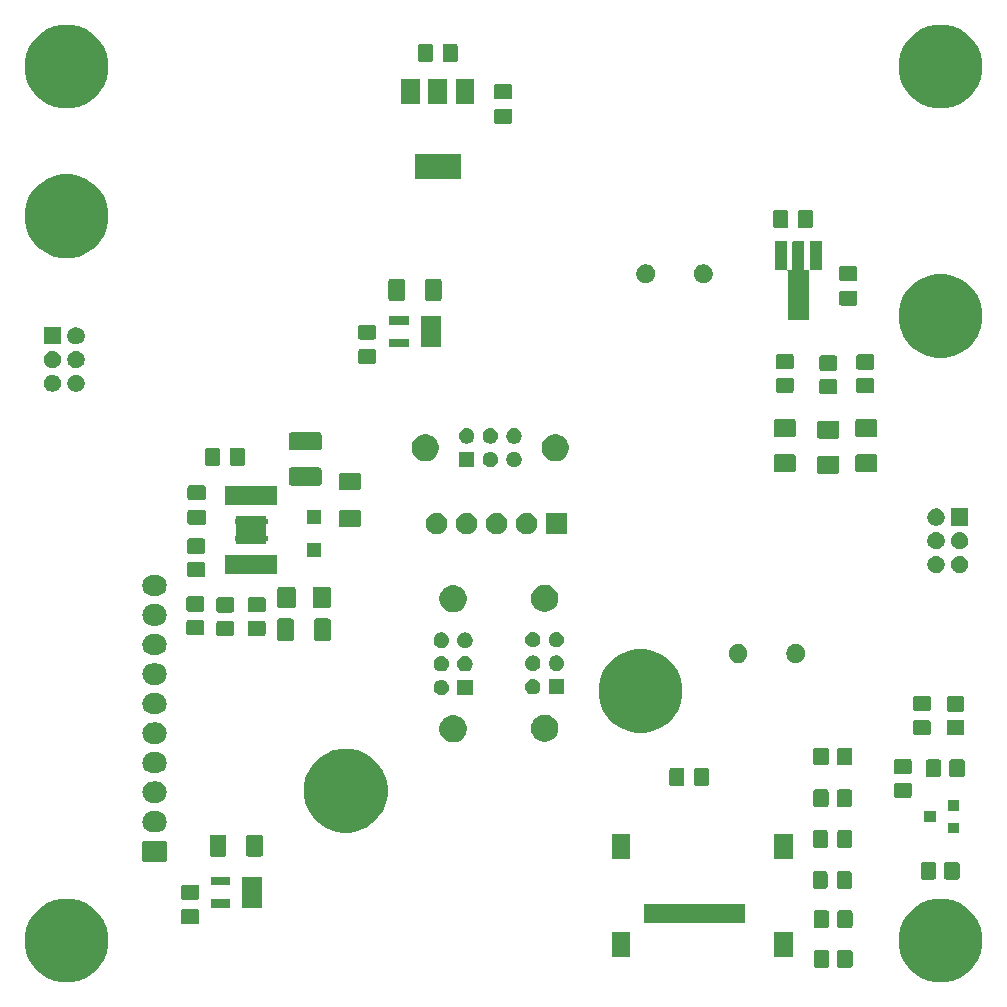
<source format=gbr>
G04 #@! TF.GenerationSoftware,KiCad,Pcbnew,(5.1.6)-1*
G04 #@! TF.CreationDate,2021-11-24T18:58:49-05:00*
G04 #@! TF.ProjectId,payload2020_papa_board,7061796c-6f61-4643-9230-32305f706170,rev?*
G04 #@! TF.SameCoordinates,Original*
G04 #@! TF.FileFunction,Soldermask,Top*
G04 #@! TF.FilePolarity,Negative*
%FSLAX46Y46*%
G04 Gerber Fmt 4.6, Leading zero omitted, Abs format (unit mm)*
G04 Created by KiCad (PCBNEW (5.1.6)-1) date 2021-11-24 18:58:49*
%MOMM*%
%LPD*%
G01*
G04 APERTURE LIST*
%ADD10C,0.100000*%
G04 APERTURE END LIST*
D10*
G36*
X120240420Y-111598800D02*
G01*
X120140420Y-111598800D01*
X120140420Y-111948800D01*
X120240420Y-111948800D01*
X120240420Y-111598800D01*
G37*
X120240420Y-111598800D02*
X120140420Y-111598800D01*
X120140420Y-111948800D01*
X120240420Y-111948800D01*
X120240420Y-111598800D01*
G36*
X120240420Y-110498800D02*
G01*
X120140420Y-110498800D01*
X120140420Y-110148800D01*
X120240420Y-110148800D01*
X120240420Y-110498800D01*
G37*
X120240420Y-110498800D02*
X120140420Y-110498800D01*
X120140420Y-110148800D01*
X120240420Y-110148800D01*
X120240420Y-110498800D01*
G36*
X122700420Y-110498800D02*
G01*
X122800420Y-110498800D01*
X122800420Y-110148800D01*
X122700420Y-110148800D01*
X122700420Y-110498800D01*
G37*
X122700420Y-110498800D02*
X122800420Y-110498800D01*
X122800420Y-110148800D01*
X122700420Y-110148800D01*
X122700420Y-110498800D01*
G36*
X122700420Y-111598800D02*
G01*
X122800420Y-111598800D01*
X122800420Y-111948800D01*
X122700420Y-111948800D01*
X122700420Y-111598800D01*
G37*
X122700420Y-111598800D02*
X122800420Y-111598800D01*
X122800420Y-111948800D01*
X122700420Y-111948800D01*
X122700420Y-111598800D01*
G36*
X180889787Y-142403462D02*
G01*
X180889790Y-142403463D01*
X180889789Y-142403463D01*
X181536029Y-142671144D01*
X182117631Y-143059758D01*
X182612242Y-143554369D01*
X183000856Y-144135971D01*
X183132223Y-144453120D01*
X183268538Y-144782213D01*
X183405000Y-145468256D01*
X183405000Y-146167744D01*
X183268538Y-146853787D01*
X183268537Y-146853789D01*
X183000856Y-147500029D01*
X182612242Y-148081631D01*
X182117631Y-148576242D01*
X181536029Y-148964856D01*
X181079068Y-149154135D01*
X180889787Y-149232538D01*
X180203744Y-149369000D01*
X179504256Y-149369000D01*
X178818213Y-149232538D01*
X178628932Y-149154135D01*
X178171971Y-148964856D01*
X177590369Y-148576242D01*
X177095758Y-148081631D01*
X176707144Y-147500029D01*
X176439463Y-146853789D01*
X176439462Y-146853787D01*
X176303000Y-146167744D01*
X176303000Y-145468256D01*
X176439462Y-144782213D01*
X176575777Y-144453120D01*
X176707144Y-144135971D01*
X177095758Y-143554369D01*
X177590369Y-143059758D01*
X178171971Y-142671144D01*
X178818211Y-142403463D01*
X178818210Y-142403463D01*
X178818213Y-142403462D01*
X179504256Y-142267000D01*
X180203744Y-142267000D01*
X180889787Y-142403462D01*
G37*
G36*
X106889787Y-142403462D02*
G01*
X106889790Y-142403463D01*
X106889789Y-142403463D01*
X107536029Y-142671144D01*
X108117631Y-143059758D01*
X108612242Y-143554369D01*
X109000856Y-144135971D01*
X109132223Y-144453120D01*
X109268538Y-144782213D01*
X109405000Y-145468256D01*
X109405000Y-146167744D01*
X109268538Y-146853787D01*
X109268537Y-146853789D01*
X109000856Y-147500029D01*
X108612242Y-148081631D01*
X108117631Y-148576242D01*
X107536029Y-148964856D01*
X107079068Y-149154135D01*
X106889787Y-149232538D01*
X106203744Y-149369000D01*
X105504256Y-149369000D01*
X104818213Y-149232538D01*
X104628932Y-149154135D01*
X104171971Y-148964856D01*
X103590369Y-148576242D01*
X103095758Y-148081631D01*
X102707144Y-147500029D01*
X102439463Y-146853789D01*
X102439462Y-146853787D01*
X102303000Y-146167744D01*
X102303000Y-145468256D01*
X102439462Y-144782213D01*
X102575777Y-144453120D01*
X102707144Y-144135971D01*
X103095758Y-143554369D01*
X103590369Y-143059758D01*
X104171971Y-142671144D01*
X104818211Y-142403463D01*
X104818210Y-142403463D01*
X104818213Y-142403462D01*
X105504256Y-142267000D01*
X106203744Y-142267000D01*
X106889787Y-142403462D01*
G37*
G36*
X172244521Y-146624204D02*
G01*
X172281618Y-146635457D01*
X172315799Y-146653727D01*
X172345763Y-146678317D01*
X172370353Y-146708281D01*
X172388623Y-146742462D01*
X172399876Y-146779559D01*
X172404280Y-146824273D01*
X172404280Y-147917327D01*
X172399876Y-147962041D01*
X172388623Y-147999138D01*
X172370353Y-148033319D01*
X172345763Y-148063283D01*
X172315799Y-148087873D01*
X172281618Y-148106143D01*
X172244521Y-148117396D01*
X172199807Y-148121800D01*
X171306753Y-148121800D01*
X171262039Y-148117396D01*
X171224942Y-148106143D01*
X171190761Y-148087873D01*
X171160797Y-148063283D01*
X171136207Y-148033319D01*
X171117937Y-147999138D01*
X171106684Y-147962041D01*
X171102280Y-147917327D01*
X171102280Y-146824273D01*
X171106684Y-146779559D01*
X171117937Y-146742462D01*
X171136207Y-146708281D01*
X171160797Y-146678317D01*
X171190761Y-146653727D01*
X171224942Y-146635457D01*
X171262039Y-146624204D01*
X171306753Y-146619800D01*
X172199807Y-146619800D01*
X172244521Y-146624204D01*
G37*
G36*
X170244521Y-146624204D02*
G01*
X170281618Y-146635457D01*
X170315799Y-146653727D01*
X170345763Y-146678317D01*
X170370353Y-146708281D01*
X170388623Y-146742462D01*
X170399876Y-146779559D01*
X170404280Y-146824273D01*
X170404280Y-147917327D01*
X170399876Y-147962041D01*
X170388623Y-147999138D01*
X170370353Y-148033319D01*
X170345763Y-148063283D01*
X170315799Y-148087873D01*
X170281618Y-148106143D01*
X170244521Y-148117396D01*
X170199807Y-148121800D01*
X169306753Y-148121800D01*
X169262039Y-148117396D01*
X169224942Y-148106143D01*
X169190761Y-148087873D01*
X169160797Y-148063283D01*
X169136207Y-148033319D01*
X169117937Y-147999138D01*
X169106684Y-147962041D01*
X169102280Y-147917327D01*
X169102280Y-146824273D01*
X169106684Y-146779559D01*
X169117937Y-146742462D01*
X169136207Y-146708281D01*
X169160797Y-146678317D01*
X169190761Y-146653727D01*
X169224942Y-146635457D01*
X169262039Y-146624204D01*
X169306753Y-146619800D01*
X170199807Y-146619800D01*
X170244521Y-146624204D01*
G37*
G36*
X153579000Y-147186600D02*
G01*
X152027000Y-147186600D01*
X152027000Y-145084600D01*
X153579000Y-145084600D01*
X153579000Y-147186600D01*
G37*
G36*
X167329000Y-147186600D02*
G01*
X165777000Y-147186600D01*
X165777000Y-145084600D01*
X167329000Y-145084600D01*
X167329000Y-147186600D01*
G37*
G36*
X172244521Y-143271404D02*
G01*
X172281618Y-143282657D01*
X172315799Y-143300927D01*
X172345763Y-143325517D01*
X172370353Y-143355481D01*
X172388623Y-143389662D01*
X172399876Y-143426759D01*
X172404280Y-143471473D01*
X172404280Y-144564527D01*
X172399876Y-144609241D01*
X172388623Y-144646338D01*
X172370353Y-144680519D01*
X172345763Y-144710483D01*
X172315799Y-144735073D01*
X172281618Y-144753343D01*
X172244521Y-144764596D01*
X172199807Y-144769000D01*
X171306753Y-144769000D01*
X171262039Y-144764596D01*
X171224942Y-144753343D01*
X171190761Y-144735073D01*
X171160797Y-144710483D01*
X171136207Y-144680519D01*
X171117937Y-144646338D01*
X171106684Y-144609241D01*
X171102280Y-144564527D01*
X171102280Y-143471473D01*
X171106684Y-143426759D01*
X171117937Y-143389662D01*
X171136207Y-143355481D01*
X171160797Y-143325517D01*
X171190761Y-143300927D01*
X171224942Y-143282657D01*
X171262039Y-143271404D01*
X171306753Y-143267000D01*
X172199807Y-143267000D01*
X172244521Y-143271404D01*
G37*
G36*
X170244521Y-143271404D02*
G01*
X170281618Y-143282657D01*
X170315799Y-143300927D01*
X170345763Y-143325517D01*
X170370353Y-143355481D01*
X170388623Y-143389662D01*
X170399876Y-143426759D01*
X170404280Y-143471473D01*
X170404280Y-144564527D01*
X170399876Y-144609241D01*
X170388623Y-144646338D01*
X170370353Y-144680519D01*
X170345763Y-144710483D01*
X170315799Y-144735073D01*
X170281618Y-144753343D01*
X170244521Y-144764596D01*
X170199807Y-144769000D01*
X169306753Y-144769000D01*
X169262039Y-144764596D01*
X169224942Y-144753343D01*
X169190761Y-144735073D01*
X169160797Y-144710483D01*
X169136207Y-144680519D01*
X169117937Y-144646338D01*
X169106684Y-144609241D01*
X169102280Y-144564527D01*
X169102280Y-143471473D01*
X169106684Y-143426759D01*
X169117937Y-143389662D01*
X169136207Y-143355481D01*
X169160797Y-143325517D01*
X169190761Y-143300927D01*
X169224942Y-143282657D01*
X169262039Y-143271404D01*
X169306753Y-143267000D01*
X170199807Y-143267000D01*
X170244521Y-143271404D01*
G37*
G36*
X116936823Y-143180554D02*
G01*
X116974212Y-143191896D01*
X117008666Y-143210311D01*
X117038865Y-143235095D01*
X117063649Y-143265294D01*
X117082064Y-143299748D01*
X117093406Y-143337137D01*
X117097840Y-143382155D01*
X117097840Y-144247085D01*
X117093406Y-144292103D01*
X117082064Y-144329492D01*
X117063649Y-144363946D01*
X117038865Y-144394145D01*
X117008666Y-144418929D01*
X116974212Y-144437344D01*
X116936823Y-144448686D01*
X116891805Y-144453120D01*
X115751875Y-144453120D01*
X115706857Y-144448686D01*
X115669468Y-144437344D01*
X115635014Y-144418929D01*
X115604815Y-144394145D01*
X115580031Y-144363946D01*
X115561616Y-144329492D01*
X115550274Y-144292103D01*
X115545840Y-144247085D01*
X115545840Y-143382155D01*
X115550274Y-143337137D01*
X115561616Y-143299748D01*
X115580031Y-143265294D01*
X115604815Y-143235095D01*
X115635014Y-143210311D01*
X115669468Y-143191896D01*
X115706857Y-143180554D01*
X115751875Y-143176120D01*
X116891805Y-143176120D01*
X116936823Y-143180554D01*
G37*
G36*
X159011164Y-142725085D02*
G01*
X159034613Y-142732198D01*
X159058999Y-142734600D01*
X163334000Y-142734600D01*
X163334000Y-144336600D01*
X159055743Y-144336600D01*
X159054836Y-144336115D01*
X159031387Y-144329002D01*
X159007001Y-144326600D01*
X157958999Y-144326600D01*
X157934613Y-144329002D01*
X157911164Y-144336115D01*
X157910257Y-144336600D01*
X154732000Y-144336600D01*
X154732000Y-142734600D01*
X157907001Y-142734600D01*
X157931387Y-142732198D01*
X157954836Y-142725085D01*
X157955743Y-142724600D01*
X159010257Y-142724600D01*
X159011164Y-142725085D01*
G37*
G36*
X119713180Y-143060540D02*
G01*
X118051180Y-143060540D01*
X118051180Y-142308540D01*
X119713180Y-142308540D01*
X119713180Y-143060540D01*
G37*
G36*
X122413180Y-143060540D02*
G01*
X120751180Y-143060540D01*
X120751180Y-140408540D01*
X122413180Y-140408540D01*
X122413180Y-143060540D01*
G37*
G36*
X116936823Y-141105554D02*
G01*
X116974212Y-141116896D01*
X117008666Y-141135311D01*
X117038865Y-141160095D01*
X117063649Y-141190294D01*
X117082064Y-141224748D01*
X117093406Y-141262137D01*
X117097840Y-141307155D01*
X117097840Y-142172085D01*
X117093406Y-142217103D01*
X117082064Y-142254492D01*
X117063649Y-142288946D01*
X117038865Y-142319145D01*
X117008666Y-142343929D01*
X116974212Y-142362344D01*
X116936823Y-142373686D01*
X116891805Y-142378120D01*
X115751875Y-142378120D01*
X115706857Y-142373686D01*
X115669468Y-142362344D01*
X115635014Y-142343929D01*
X115604815Y-142319145D01*
X115580031Y-142288946D01*
X115561616Y-142254492D01*
X115550274Y-142217103D01*
X115545840Y-142172085D01*
X115545840Y-141307155D01*
X115550274Y-141262137D01*
X115561616Y-141224748D01*
X115580031Y-141190294D01*
X115604815Y-141160095D01*
X115635014Y-141135311D01*
X115669468Y-141116896D01*
X115706857Y-141105554D01*
X115751875Y-141101120D01*
X116891805Y-141101120D01*
X116936823Y-141105554D01*
G37*
G36*
X172173274Y-139953465D02*
G01*
X172210967Y-139964899D01*
X172245703Y-139983466D01*
X172276148Y-140008452D01*
X172301134Y-140038897D01*
X172319701Y-140073633D01*
X172331135Y-140111326D01*
X172335600Y-140156661D01*
X172335600Y-141243339D01*
X172331135Y-141288674D01*
X172319701Y-141326367D01*
X172301134Y-141361103D01*
X172276148Y-141391548D01*
X172245703Y-141416534D01*
X172210967Y-141435101D01*
X172173274Y-141446535D01*
X172127939Y-141451000D01*
X171291261Y-141451000D01*
X171245926Y-141446535D01*
X171208233Y-141435101D01*
X171173497Y-141416534D01*
X171143052Y-141391548D01*
X171118066Y-141361103D01*
X171099499Y-141326367D01*
X171088065Y-141288674D01*
X171083600Y-141243339D01*
X171083600Y-140156661D01*
X171088065Y-140111326D01*
X171099499Y-140073633D01*
X171118066Y-140038897D01*
X171143052Y-140008452D01*
X171173497Y-139983466D01*
X171208233Y-139964899D01*
X171245926Y-139953465D01*
X171291261Y-139949000D01*
X172127939Y-139949000D01*
X172173274Y-139953465D01*
G37*
G36*
X170123274Y-139953465D02*
G01*
X170160967Y-139964899D01*
X170195703Y-139983466D01*
X170226148Y-140008452D01*
X170251134Y-140038897D01*
X170269701Y-140073633D01*
X170281135Y-140111326D01*
X170285600Y-140156661D01*
X170285600Y-141243339D01*
X170281135Y-141288674D01*
X170269701Y-141326367D01*
X170251134Y-141361103D01*
X170226148Y-141391548D01*
X170195703Y-141416534D01*
X170160967Y-141435101D01*
X170123274Y-141446535D01*
X170077939Y-141451000D01*
X169241261Y-141451000D01*
X169195926Y-141446535D01*
X169158233Y-141435101D01*
X169123497Y-141416534D01*
X169093052Y-141391548D01*
X169068066Y-141361103D01*
X169049499Y-141326367D01*
X169038065Y-141288674D01*
X169033600Y-141243339D01*
X169033600Y-140156661D01*
X169038065Y-140111326D01*
X169049499Y-140073633D01*
X169068066Y-140038897D01*
X169093052Y-140008452D01*
X169123497Y-139983466D01*
X169158233Y-139964899D01*
X169195926Y-139953465D01*
X169241261Y-139949000D01*
X170077939Y-139949000D01*
X170123274Y-139953465D01*
G37*
G36*
X119713180Y-141160540D02*
G01*
X118051180Y-141160540D01*
X118051180Y-140408540D01*
X119713180Y-140408540D01*
X119713180Y-141160540D01*
G37*
G36*
X179302161Y-139169304D02*
G01*
X179339258Y-139180557D01*
X179373439Y-139198827D01*
X179403403Y-139223417D01*
X179427993Y-139253381D01*
X179446263Y-139287562D01*
X179457516Y-139324659D01*
X179461920Y-139369373D01*
X179461920Y-140462427D01*
X179457516Y-140507141D01*
X179446263Y-140544238D01*
X179427993Y-140578419D01*
X179403403Y-140608383D01*
X179373439Y-140632973D01*
X179339258Y-140651243D01*
X179302161Y-140662496D01*
X179257447Y-140666900D01*
X178364393Y-140666900D01*
X178319679Y-140662496D01*
X178282582Y-140651243D01*
X178248401Y-140632973D01*
X178218437Y-140608383D01*
X178193847Y-140578419D01*
X178175577Y-140544238D01*
X178164324Y-140507141D01*
X178159920Y-140462427D01*
X178159920Y-139369373D01*
X178164324Y-139324659D01*
X178175577Y-139287562D01*
X178193847Y-139253381D01*
X178218437Y-139223417D01*
X178248401Y-139198827D01*
X178282582Y-139180557D01*
X178319679Y-139169304D01*
X178364393Y-139164900D01*
X179257447Y-139164900D01*
X179302161Y-139169304D01*
G37*
G36*
X181302161Y-139169304D02*
G01*
X181339258Y-139180557D01*
X181373439Y-139198827D01*
X181403403Y-139223417D01*
X181427993Y-139253381D01*
X181446263Y-139287562D01*
X181457516Y-139324659D01*
X181461920Y-139369373D01*
X181461920Y-140462427D01*
X181457516Y-140507141D01*
X181446263Y-140544238D01*
X181427993Y-140578419D01*
X181403403Y-140608383D01*
X181373439Y-140632973D01*
X181339258Y-140651243D01*
X181302161Y-140662496D01*
X181257447Y-140666900D01*
X180364393Y-140666900D01*
X180319679Y-140662496D01*
X180282582Y-140651243D01*
X180248401Y-140632973D01*
X180218437Y-140608383D01*
X180193847Y-140578419D01*
X180175577Y-140544238D01*
X180164324Y-140507141D01*
X180159920Y-140462427D01*
X180159920Y-139369373D01*
X180164324Y-139324659D01*
X180175577Y-139287562D01*
X180193847Y-139253381D01*
X180218437Y-139223417D01*
X180248401Y-139198827D01*
X180282582Y-139180557D01*
X180319679Y-139169304D01*
X180364393Y-139164900D01*
X181257447Y-139164900D01*
X181302161Y-139169304D01*
G37*
G36*
X114189600Y-137360189D02*
G01*
X114222652Y-137370215D01*
X114253103Y-137386492D01*
X114279799Y-137408401D01*
X114301708Y-137435097D01*
X114317985Y-137465548D01*
X114328011Y-137498600D01*
X114332000Y-137539103D01*
X114332000Y-138975297D01*
X114328011Y-139015800D01*
X114317985Y-139048852D01*
X114301708Y-139079303D01*
X114279799Y-139105999D01*
X114253103Y-139127908D01*
X114222652Y-139144185D01*
X114189600Y-139154211D01*
X114149097Y-139158200D01*
X112462903Y-139158200D01*
X112422400Y-139154211D01*
X112389348Y-139144185D01*
X112358897Y-139127908D01*
X112332201Y-139105999D01*
X112310292Y-139079303D01*
X112294015Y-139048852D01*
X112283989Y-139015800D01*
X112280000Y-138975297D01*
X112280000Y-137539103D01*
X112283989Y-137498600D01*
X112294015Y-137465548D01*
X112310292Y-137435097D01*
X112332201Y-137408401D01*
X112358897Y-137386492D01*
X112389348Y-137370215D01*
X112422400Y-137360189D01*
X112462903Y-137356200D01*
X114149097Y-137356200D01*
X114189600Y-137360189D01*
G37*
G36*
X167329000Y-138886600D02*
G01*
X165777000Y-138886600D01*
X165777000Y-136784600D01*
X167329000Y-136784600D01*
X167329000Y-138886600D01*
G37*
G36*
X153579000Y-138886600D02*
G01*
X152027000Y-138886600D01*
X152027000Y-136784600D01*
X153579000Y-136784600D01*
X153579000Y-138886600D01*
G37*
G36*
X119221604Y-136873295D02*
G01*
X119257635Y-136884226D01*
X119290847Y-136901977D01*
X119319955Y-136925865D01*
X119343843Y-136954973D01*
X119361594Y-136988185D01*
X119372525Y-137024216D01*
X119376820Y-137067829D01*
X119376820Y-138522171D01*
X119372525Y-138565784D01*
X119361594Y-138601815D01*
X119343843Y-138635027D01*
X119319955Y-138664135D01*
X119290847Y-138688023D01*
X119257635Y-138705774D01*
X119221604Y-138716705D01*
X119177991Y-138721000D01*
X118173649Y-138721000D01*
X118130036Y-138716705D01*
X118094005Y-138705774D01*
X118060793Y-138688023D01*
X118031685Y-138664135D01*
X118007797Y-138635027D01*
X117990046Y-138601815D01*
X117979115Y-138565784D01*
X117974820Y-138522171D01*
X117974820Y-137067829D01*
X117979115Y-137024216D01*
X117990046Y-136988185D01*
X118007797Y-136954973D01*
X118031685Y-136925865D01*
X118060793Y-136901977D01*
X118094005Y-136884226D01*
X118130036Y-136873295D01*
X118173649Y-136869000D01*
X119177991Y-136869000D01*
X119221604Y-136873295D01*
G37*
G36*
X122321604Y-136873295D02*
G01*
X122357635Y-136884226D01*
X122390847Y-136901977D01*
X122419955Y-136925865D01*
X122443843Y-136954973D01*
X122461594Y-136988185D01*
X122472525Y-137024216D01*
X122476820Y-137067829D01*
X122476820Y-138522171D01*
X122472525Y-138565784D01*
X122461594Y-138601815D01*
X122443843Y-138635027D01*
X122419955Y-138664135D01*
X122390847Y-138688023D01*
X122357635Y-138705774D01*
X122321604Y-138716705D01*
X122277991Y-138721000D01*
X121273649Y-138721000D01*
X121230036Y-138716705D01*
X121194005Y-138705774D01*
X121160793Y-138688023D01*
X121131685Y-138664135D01*
X121107797Y-138635027D01*
X121090046Y-138601815D01*
X121079115Y-138565784D01*
X121074820Y-138522171D01*
X121074820Y-137067829D01*
X121079115Y-137024216D01*
X121090046Y-136988185D01*
X121107797Y-136954973D01*
X121131685Y-136925865D01*
X121160793Y-136901977D01*
X121194005Y-136884226D01*
X121230036Y-136873295D01*
X121273649Y-136869000D01*
X122277991Y-136869000D01*
X122321604Y-136873295D01*
G37*
G36*
X172198674Y-136473665D02*
G01*
X172236367Y-136485099D01*
X172271103Y-136503666D01*
X172301548Y-136528652D01*
X172326534Y-136559097D01*
X172345101Y-136593833D01*
X172356535Y-136631526D01*
X172361000Y-136676861D01*
X172361000Y-137763539D01*
X172356535Y-137808874D01*
X172345101Y-137846567D01*
X172326534Y-137881303D01*
X172301548Y-137911748D01*
X172271103Y-137936734D01*
X172236367Y-137955301D01*
X172198674Y-137966735D01*
X172153339Y-137971200D01*
X171316661Y-137971200D01*
X171271326Y-137966735D01*
X171233633Y-137955301D01*
X171198897Y-137936734D01*
X171168452Y-137911748D01*
X171143466Y-137881303D01*
X171124899Y-137846567D01*
X171113465Y-137808874D01*
X171109000Y-137763539D01*
X171109000Y-136676861D01*
X171113465Y-136631526D01*
X171124899Y-136593833D01*
X171143466Y-136559097D01*
X171168452Y-136528652D01*
X171198897Y-136503666D01*
X171233633Y-136485099D01*
X171271326Y-136473665D01*
X171316661Y-136469200D01*
X172153339Y-136469200D01*
X172198674Y-136473665D01*
G37*
G36*
X170148674Y-136473665D02*
G01*
X170186367Y-136485099D01*
X170221103Y-136503666D01*
X170251548Y-136528652D01*
X170276534Y-136559097D01*
X170295101Y-136593833D01*
X170306535Y-136631526D01*
X170311000Y-136676861D01*
X170311000Y-137763539D01*
X170306535Y-137808874D01*
X170295101Y-137846567D01*
X170276534Y-137881303D01*
X170251548Y-137911748D01*
X170221103Y-137936734D01*
X170186367Y-137955301D01*
X170148674Y-137966735D01*
X170103339Y-137971200D01*
X169266661Y-137971200D01*
X169221326Y-137966735D01*
X169183633Y-137955301D01*
X169148897Y-137936734D01*
X169118452Y-137911748D01*
X169093466Y-137881303D01*
X169074899Y-137846567D01*
X169063465Y-137808874D01*
X169059000Y-137763539D01*
X169059000Y-136676861D01*
X169063465Y-136631526D01*
X169074899Y-136593833D01*
X169093466Y-136559097D01*
X169118452Y-136528652D01*
X169148897Y-136503666D01*
X169183633Y-136485099D01*
X169221326Y-136473665D01*
X169266661Y-136469200D01*
X170103339Y-136469200D01*
X170148674Y-136473665D01*
G37*
G36*
X181450600Y-136747400D02*
G01*
X180448600Y-136747400D01*
X180448600Y-135845400D01*
X181450600Y-135845400D01*
X181450600Y-136747400D01*
G37*
G36*
X130529787Y-129723462D02*
G01*
X130529790Y-129723463D01*
X130529789Y-129723463D01*
X131176029Y-129991144D01*
X131757631Y-130379758D01*
X132252242Y-130874369D01*
X132640856Y-131455971D01*
X132759245Y-131741788D01*
X132908538Y-132102213D01*
X133045000Y-132788256D01*
X133045000Y-133487744D01*
X132908538Y-134173787D01*
X132908537Y-134173789D01*
X132640856Y-134820029D01*
X132252242Y-135401631D01*
X131757631Y-135896242D01*
X131176029Y-136284856D01*
X130904357Y-136397386D01*
X130529787Y-136552538D01*
X129843744Y-136689000D01*
X129144256Y-136689000D01*
X128458213Y-136552538D01*
X128083643Y-136397386D01*
X127811971Y-136284856D01*
X127230369Y-135896242D01*
X126735758Y-135401631D01*
X126347144Y-134820029D01*
X126079463Y-134173789D01*
X126079462Y-134173787D01*
X125943000Y-133487744D01*
X125943000Y-132788256D01*
X126079462Y-132102213D01*
X126228755Y-131741788D01*
X126347144Y-131455971D01*
X126735758Y-130874369D01*
X127230369Y-130379758D01*
X127811971Y-129991144D01*
X128458211Y-129723463D01*
X128458210Y-129723463D01*
X128458213Y-129723462D01*
X129144256Y-129587000D01*
X129843744Y-129587000D01*
X130529787Y-129723462D01*
G37*
G36*
X113541442Y-134862718D02*
G01*
X113607627Y-134869237D01*
X113777466Y-134920757D01*
X113933991Y-135004422D01*
X113969729Y-135033752D01*
X114071186Y-135117014D01*
X114154448Y-135218471D01*
X114183778Y-135254209D01*
X114267443Y-135410734D01*
X114318963Y-135580573D01*
X114336359Y-135757200D01*
X114318963Y-135933827D01*
X114267443Y-136103666D01*
X114183778Y-136260191D01*
X114163536Y-136284856D01*
X114071186Y-136397386D01*
X113983679Y-136469200D01*
X113933991Y-136509978D01*
X113933989Y-136509979D01*
X113783979Y-136590162D01*
X113777466Y-136593643D01*
X113607627Y-136645163D01*
X113541443Y-136651681D01*
X113475260Y-136658200D01*
X113136740Y-136658200D01*
X113070557Y-136651681D01*
X113004373Y-136645163D01*
X112834534Y-136593643D01*
X112828022Y-136590162D01*
X112678011Y-136509979D01*
X112678009Y-136509978D01*
X112628321Y-136469200D01*
X112540814Y-136397386D01*
X112448464Y-136284856D01*
X112428222Y-136260191D01*
X112344557Y-136103666D01*
X112293037Y-135933827D01*
X112275641Y-135757200D01*
X112293037Y-135580573D01*
X112344557Y-135410734D01*
X112428222Y-135254209D01*
X112457552Y-135218471D01*
X112540814Y-135117014D01*
X112642271Y-135033752D01*
X112678009Y-135004422D01*
X112834534Y-134920757D01*
X113004373Y-134869237D01*
X113070558Y-134862718D01*
X113136740Y-134856200D01*
X113475260Y-134856200D01*
X113541442Y-134862718D01*
G37*
G36*
X179450600Y-135797400D02*
G01*
X178448600Y-135797400D01*
X178448600Y-134895400D01*
X179450600Y-134895400D01*
X179450600Y-135797400D01*
G37*
G36*
X181450600Y-134847400D02*
G01*
X180448600Y-134847400D01*
X180448600Y-133945400D01*
X181450600Y-133945400D01*
X181450600Y-134847400D01*
G37*
G36*
X170208961Y-133030124D02*
G01*
X170246058Y-133041377D01*
X170280239Y-133059647D01*
X170310203Y-133084237D01*
X170334793Y-133114201D01*
X170353063Y-133148382D01*
X170364316Y-133185479D01*
X170368720Y-133230193D01*
X170368720Y-134323247D01*
X170364316Y-134367961D01*
X170353063Y-134405058D01*
X170334793Y-134439239D01*
X170310203Y-134469203D01*
X170280239Y-134493793D01*
X170246058Y-134512063D01*
X170208961Y-134523316D01*
X170164247Y-134527720D01*
X169271193Y-134527720D01*
X169226479Y-134523316D01*
X169189382Y-134512063D01*
X169155201Y-134493793D01*
X169125237Y-134469203D01*
X169100647Y-134439239D01*
X169082377Y-134405058D01*
X169071124Y-134367961D01*
X169066720Y-134323247D01*
X169066720Y-133230193D01*
X169071124Y-133185479D01*
X169082377Y-133148382D01*
X169100647Y-133114201D01*
X169125237Y-133084237D01*
X169155201Y-133059647D01*
X169189382Y-133041377D01*
X169226479Y-133030124D01*
X169271193Y-133025720D01*
X170164247Y-133025720D01*
X170208961Y-133030124D01*
G37*
G36*
X172208961Y-133030124D02*
G01*
X172246058Y-133041377D01*
X172280239Y-133059647D01*
X172310203Y-133084237D01*
X172334793Y-133114201D01*
X172353063Y-133148382D01*
X172364316Y-133185479D01*
X172368720Y-133230193D01*
X172368720Y-134323247D01*
X172364316Y-134367961D01*
X172353063Y-134405058D01*
X172334793Y-134439239D01*
X172310203Y-134469203D01*
X172280239Y-134493793D01*
X172246058Y-134512063D01*
X172208961Y-134523316D01*
X172164247Y-134527720D01*
X171271193Y-134527720D01*
X171226479Y-134523316D01*
X171189382Y-134512063D01*
X171155201Y-134493793D01*
X171125237Y-134469203D01*
X171100647Y-134439239D01*
X171082377Y-134405058D01*
X171071124Y-134367961D01*
X171066720Y-134323247D01*
X171066720Y-133230193D01*
X171071124Y-133185479D01*
X171082377Y-133148382D01*
X171100647Y-133114201D01*
X171125237Y-133084237D01*
X171155201Y-133059647D01*
X171189382Y-133041377D01*
X171226479Y-133030124D01*
X171271193Y-133025720D01*
X172164247Y-133025720D01*
X172208961Y-133030124D01*
G37*
G36*
X113541443Y-132362719D02*
G01*
X113607627Y-132369237D01*
X113777466Y-132420757D01*
X113933991Y-132504422D01*
X113952612Y-132519704D01*
X114071186Y-132617014D01*
X114133225Y-132692610D01*
X114183778Y-132754209D01*
X114267443Y-132910734D01*
X114318963Y-133080573D01*
X114336359Y-133257200D01*
X114318963Y-133433827D01*
X114267443Y-133603666D01*
X114183778Y-133760191D01*
X114154448Y-133795929D01*
X114071186Y-133897386D01*
X113969729Y-133980648D01*
X113933991Y-134009978D01*
X113777466Y-134093643D01*
X113607627Y-134145163D01*
X113541443Y-134151681D01*
X113475260Y-134158200D01*
X113136740Y-134158200D01*
X113070557Y-134151681D01*
X113004373Y-134145163D01*
X112834534Y-134093643D01*
X112678009Y-134009978D01*
X112642271Y-133980648D01*
X112540814Y-133897386D01*
X112457552Y-133795929D01*
X112428222Y-133760191D01*
X112344557Y-133603666D01*
X112293037Y-133433827D01*
X112275641Y-133257200D01*
X112293037Y-133080573D01*
X112344557Y-132910734D01*
X112428222Y-132754209D01*
X112478775Y-132692610D01*
X112540814Y-132617014D01*
X112659388Y-132519704D01*
X112678009Y-132504422D01*
X112834534Y-132420757D01*
X113004373Y-132369237D01*
X113070557Y-132362719D01*
X113136740Y-132356200D01*
X113475260Y-132356200D01*
X113541443Y-132362719D01*
G37*
G36*
X177243161Y-132449404D02*
G01*
X177280258Y-132460657D01*
X177314439Y-132478927D01*
X177344403Y-132503517D01*
X177368993Y-132533481D01*
X177387263Y-132567662D01*
X177398516Y-132604759D01*
X177402920Y-132649473D01*
X177402920Y-133542527D01*
X177398516Y-133587241D01*
X177387263Y-133624338D01*
X177368993Y-133658519D01*
X177344403Y-133688483D01*
X177314439Y-133713073D01*
X177280258Y-133731343D01*
X177243161Y-133742596D01*
X177198447Y-133747000D01*
X176105393Y-133747000D01*
X176060679Y-133742596D01*
X176023582Y-133731343D01*
X175989401Y-133713073D01*
X175959437Y-133688483D01*
X175934847Y-133658519D01*
X175916577Y-133624338D01*
X175905324Y-133587241D01*
X175900920Y-133542527D01*
X175900920Y-132649473D01*
X175905324Y-132604759D01*
X175916577Y-132567662D01*
X175934847Y-132533481D01*
X175959437Y-132503517D01*
X175989401Y-132478927D01*
X176023582Y-132460657D01*
X176060679Y-132449404D01*
X176105393Y-132445000D01*
X177198447Y-132445000D01*
X177243161Y-132449404D01*
G37*
G36*
X160083783Y-131190834D02*
G01*
X160121172Y-131202176D01*
X160155626Y-131220591D01*
X160185825Y-131245375D01*
X160210609Y-131275574D01*
X160229024Y-131310028D01*
X160240366Y-131347417D01*
X160244800Y-131392435D01*
X160244800Y-132532365D01*
X160240366Y-132577383D01*
X160229024Y-132614772D01*
X160210609Y-132649226D01*
X160185825Y-132679425D01*
X160155626Y-132704209D01*
X160121172Y-132722624D01*
X160083783Y-132733966D01*
X160038765Y-132738400D01*
X159173835Y-132738400D01*
X159128817Y-132733966D01*
X159091428Y-132722624D01*
X159056974Y-132704209D01*
X159026775Y-132679425D01*
X159001991Y-132649226D01*
X158983576Y-132614772D01*
X158972234Y-132577383D01*
X158967800Y-132532365D01*
X158967800Y-131392435D01*
X158972234Y-131347417D01*
X158983576Y-131310028D01*
X159001991Y-131275574D01*
X159026775Y-131245375D01*
X159056974Y-131220591D01*
X159091428Y-131202176D01*
X159128817Y-131190834D01*
X159173835Y-131186400D01*
X160038765Y-131186400D01*
X160083783Y-131190834D01*
G37*
G36*
X158008783Y-131190834D02*
G01*
X158046172Y-131202176D01*
X158080626Y-131220591D01*
X158110825Y-131245375D01*
X158135609Y-131275574D01*
X158154024Y-131310028D01*
X158165366Y-131347417D01*
X158169800Y-131392435D01*
X158169800Y-132532365D01*
X158165366Y-132577383D01*
X158154024Y-132614772D01*
X158135609Y-132649226D01*
X158110825Y-132679425D01*
X158080626Y-132704209D01*
X158046172Y-132722624D01*
X158008783Y-132733966D01*
X157963765Y-132738400D01*
X157098835Y-132738400D01*
X157053817Y-132733966D01*
X157016428Y-132722624D01*
X156981974Y-132704209D01*
X156951775Y-132679425D01*
X156926991Y-132649226D01*
X156908576Y-132614772D01*
X156897234Y-132577383D01*
X156892800Y-132532365D01*
X156892800Y-131392435D01*
X156897234Y-131347417D01*
X156908576Y-131310028D01*
X156926991Y-131275574D01*
X156951775Y-131245375D01*
X156981974Y-131220591D01*
X157016428Y-131202176D01*
X157053817Y-131190834D01*
X157098835Y-131186400D01*
X157963765Y-131186400D01*
X158008783Y-131190834D01*
G37*
G36*
X181748181Y-130492664D02*
G01*
X181785278Y-130503917D01*
X181819459Y-130522187D01*
X181849423Y-130546777D01*
X181874013Y-130576741D01*
X181892283Y-130610922D01*
X181903536Y-130648019D01*
X181907940Y-130692733D01*
X181907940Y-131785787D01*
X181903536Y-131830501D01*
X181892283Y-131867598D01*
X181874013Y-131901779D01*
X181849423Y-131931743D01*
X181819459Y-131956333D01*
X181785278Y-131974603D01*
X181748181Y-131985856D01*
X181703467Y-131990260D01*
X180810413Y-131990260D01*
X180765699Y-131985856D01*
X180728602Y-131974603D01*
X180694421Y-131956333D01*
X180664457Y-131931743D01*
X180639867Y-131901779D01*
X180621597Y-131867598D01*
X180610344Y-131830501D01*
X180605940Y-131785787D01*
X180605940Y-130692733D01*
X180610344Y-130648019D01*
X180621597Y-130610922D01*
X180639867Y-130576741D01*
X180664457Y-130546777D01*
X180694421Y-130522187D01*
X180728602Y-130503917D01*
X180765699Y-130492664D01*
X180810413Y-130488260D01*
X181703467Y-130488260D01*
X181748181Y-130492664D01*
G37*
G36*
X179748181Y-130492664D02*
G01*
X179785278Y-130503917D01*
X179819459Y-130522187D01*
X179849423Y-130546777D01*
X179874013Y-130576741D01*
X179892283Y-130610922D01*
X179903536Y-130648019D01*
X179907940Y-130692733D01*
X179907940Y-131785787D01*
X179903536Y-131830501D01*
X179892283Y-131867598D01*
X179874013Y-131901779D01*
X179849423Y-131931743D01*
X179819459Y-131956333D01*
X179785278Y-131974603D01*
X179748181Y-131985856D01*
X179703467Y-131990260D01*
X178810413Y-131990260D01*
X178765699Y-131985856D01*
X178728602Y-131974603D01*
X178694421Y-131956333D01*
X178664457Y-131931743D01*
X178639867Y-131901779D01*
X178621597Y-131867598D01*
X178610344Y-131830501D01*
X178605940Y-131785787D01*
X178605940Y-130692733D01*
X178610344Y-130648019D01*
X178621597Y-130610922D01*
X178639867Y-130576741D01*
X178664457Y-130546777D01*
X178694421Y-130522187D01*
X178728602Y-130503917D01*
X178765699Y-130492664D01*
X178810413Y-130488260D01*
X179703467Y-130488260D01*
X179748181Y-130492664D01*
G37*
G36*
X177243161Y-130449404D02*
G01*
X177280258Y-130460657D01*
X177314439Y-130478927D01*
X177344403Y-130503517D01*
X177368993Y-130533481D01*
X177387263Y-130567662D01*
X177398516Y-130604759D01*
X177402920Y-130649473D01*
X177402920Y-131542527D01*
X177398516Y-131587241D01*
X177387263Y-131624338D01*
X177368993Y-131658519D01*
X177344403Y-131688483D01*
X177314439Y-131713073D01*
X177280258Y-131731343D01*
X177243161Y-131742596D01*
X177198447Y-131747000D01*
X176105393Y-131747000D01*
X176060679Y-131742596D01*
X176023582Y-131731343D01*
X175989401Y-131713073D01*
X175959437Y-131688483D01*
X175934847Y-131658519D01*
X175916577Y-131624338D01*
X175905324Y-131587241D01*
X175900920Y-131542527D01*
X175900920Y-130649473D01*
X175905324Y-130604759D01*
X175916577Y-130567662D01*
X175934847Y-130533481D01*
X175959437Y-130503517D01*
X175989401Y-130478927D01*
X176023582Y-130460657D01*
X176060679Y-130449404D01*
X176105393Y-130445000D01*
X177198447Y-130445000D01*
X177243161Y-130449404D01*
G37*
G36*
X113541443Y-129862719D02*
G01*
X113607627Y-129869237D01*
X113777466Y-129920757D01*
X113933991Y-130004422D01*
X113969729Y-130033752D01*
X114071186Y-130117014D01*
X114154448Y-130218471D01*
X114183778Y-130254209D01*
X114267443Y-130410734D01*
X114318963Y-130580573D01*
X114336359Y-130757200D01*
X114318963Y-130933827D01*
X114267443Y-131103666D01*
X114183778Y-131260191D01*
X114179027Y-131265980D01*
X114071186Y-131397386D01*
X113997202Y-131458102D01*
X113933991Y-131509978D01*
X113933989Y-131509979D01*
X113803825Y-131579554D01*
X113777466Y-131593643D01*
X113607627Y-131645163D01*
X113541442Y-131651682D01*
X113475260Y-131658200D01*
X113136740Y-131658200D01*
X113070558Y-131651682D01*
X113004373Y-131645163D01*
X112834534Y-131593643D01*
X112808176Y-131579554D01*
X112678011Y-131509979D01*
X112678009Y-131509978D01*
X112614798Y-131458102D01*
X112540814Y-131397386D01*
X112432973Y-131265980D01*
X112428222Y-131260191D01*
X112344557Y-131103666D01*
X112293037Y-130933827D01*
X112275641Y-130757200D01*
X112293037Y-130580573D01*
X112344557Y-130410734D01*
X112428222Y-130254209D01*
X112457552Y-130218471D01*
X112540814Y-130117014D01*
X112642271Y-130033752D01*
X112678009Y-130004422D01*
X112834534Y-129920757D01*
X113004373Y-129869237D01*
X113070557Y-129862719D01*
X113136740Y-129856200D01*
X113475260Y-129856200D01*
X113541443Y-129862719D01*
G37*
G36*
X172226641Y-129488604D02*
G01*
X172263738Y-129499857D01*
X172297919Y-129518127D01*
X172327883Y-129542717D01*
X172352473Y-129572681D01*
X172370743Y-129606862D01*
X172381996Y-129643959D01*
X172386400Y-129688673D01*
X172386400Y-130781727D01*
X172381996Y-130826441D01*
X172370743Y-130863538D01*
X172352473Y-130897719D01*
X172327883Y-130927683D01*
X172297919Y-130952273D01*
X172263738Y-130970543D01*
X172226641Y-130981796D01*
X172181927Y-130986200D01*
X171288873Y-130986200D01*
X171244159Y-130981796D01*
X171207062Y-130970543D01*
X171172881Y-130952273D01*
X171142917Y-130927683D01*
X171118327Y-130897719D01*
X171100057Y-130863538D01*
X171088804Y-130826441D01*
X171084400Y-130781727D01*
X171084400Y-129688673D01*
X171088804Y-129643959D01*
X171100057Y-129606862D01*
X171118327Y-129572681D01*
X171142917Y-129542717D01*
X171172881Y-129518127D01*
X171207062Y-129499857D01*
X171244159Y-129488604D01*
X171288873Y-129484200D01*
X172181927Y-129484200D01*
X172226641Y-129488604D01*
G37*
G36*
X170226641Y-129488604D02*
G01*
X170263738Y-129499857D01*
X170297919Y-129518127D01*
X170327883Y-129542717D01*
X170352473Y-129572681D01*
X170370743Y-129606862D01*
X170381996Y-129643959D01*
X170386400Y-129688673D01*
X170386400Y-130781727D01*
X170381996Y-130826441D01*
X170370743Y-130863538D01*
X170352473Y-130897719D01*
X170327883Y-130927683D01*
X170297919Y-130952273D01*
X170263738Y-130970543D01*
X170226641Y-130981796D01*
X170181927Y-130986200D01*
X169288873Y-130986200D01*
X169244159Y-130981796D01*
X169207062Y-130970543D01*
X169172881Y-130952273D01*
X169142917Y-130927683D01*
X169118327Y-130897719D01*
X169100057Y-130863538D01*
X169088804Y-130826441D01*
X169084400Y-130781727D01*
X169084400Y-129688673D01*
X169088804Y-129643959D01*
X169100057Y-129606862D01*
X169118327Y-129572681D01*
X169142917Y-129542717D01*
X169172881Y-129518127D01*
X169207062Y-129499857D01*
X169244159Y-129488604D01*
X169288873Y-129484200D01*
X170181927Y-129484200D01*
X170226641Y-129488604D01*
G37*
G36*
X113541443Y-127362719D02*
G01*
X113607627Y-127369237D01*
X113777466Y-127420757D01*
X113933991Y-127504422D01*
X113969729Y-127533752D01*
X114071186Y-127617014D01*
X114154448Y-127718471D01*
X114183778Y-127754209D01*
X114267443Y-127910734D01*
X114318963Y-128080573D01*
X114336359Y-128257200D01*
X114318963Y-128433827D01*
X114267443Y-128603666D01*
X114183778Y-128760191D01*
X114163549Y-128784840D01*
X114071186Y-128897386D01*
X113969729Y-128980648D01*
X113933991Y-129009978D01*
X113777466Y-129093643D01*
X113607627Y-129145163D01*
X113541443Y-129151681D01*
X113475260Y-129158200D01*
X113136740Y-129158200D01*
X113070557Y-129151681D01*
X113004373Y-129145163D01*
X112834534Y-129093643D01*
X112678009Y-129009978D01*
X112642271Y-128980648D01*
X112540814Y-128897386D01*
X112448451Y-128784840D01*
X112428222Y-128760191D01*
X112344557Y-128603666D01*
X112293037Y-128433827D01*
X112275641Y-128257200D01*
X112293037Y-128080573D01*
X112344557Y-127910734D01*
X112428222Y-127754209D01*
X112457552Y-127718471D01*
X112540814Y-127617014D01*
X112642271Y-127533752D01*
X112678009Y-127504422D01*
X112834534Y-127420757D01*
X113004373Y-127369237D01*
X113070557Y-127362719D01*
X113136740Y-127356200D01*
X113475260Y-127356200D01*
X113541443Y-127362719D01*
G37*
G36*
X138806949Y-126761916D02*
G01*
X138918134Y-126784032D01*
X139127603Y-126870797D01*
X139316120Y-126996760D01*
X139476440Y-127157080D01*
X139602403Y-127345597D01*
X139689168Y-127555066D01*
X139733400Y-127777436D01*
X139733400Y-128004164D01*
X139689168Y-128226534D01*
X139653585Y-128312438D01*
X139609263Y-128419443D01*
X139602403Y-128436003D01*
X139476440Y-128624520D01*
X139316120Y-128784840D01*
X139127603Y-128910803D01*
X138918134Y-128997568D01*
X138855739Y-129009979D01*
X138695765Y-129041800D01*
X138469035Y-129041800D01*
X138309061Y-129009979D01*
X138246666Y-128997568D01*
X138037197Y-128910803D01*
X137848680Y-128784840D01*
X137688360Y-128624520D01*
X137562397Y-128436003D01*
X137555538Y-128419443D01*
X137511215Y-128312438D01*
X137475632Y-128226534D01*
X137431400Y-128004164D01*
X137431400Y-127777436D01*
X137475632Y-127555066D01*
X137562397Y-127345597D01*
X137688360Y-127157080D01*
X137848680Y-126996760D01*
X138037197Y-126870797D01*
X138246666Y-126784032D01*
X138357851Y-126761916D01*
X138469035Y-126739800D01*
X138695765Y-126739800D01*
X138806949Y-126761916D01*
G37*
G36*
X146553949Y-126711116D02*
G01*
X146665134Y-126733232D01*
X146874603Y-126819997D01*
X147063120Y-126945960D01*
X147223440Y-127106280D01*
X147349403Y-127294797D01*
X147436168Y-127504266D01*
X147480400Y-127726636D01*
X147480400Y-127953364D01*
X147436168Y-128175734D01*
X147349403Y-128385203D01*
X147223440Y-128573720D01*
X147063120Y-128734040D01*
X146874603Y-128860003D01*
X146665134Y-128946768D01*
X146553949Y-128968884D01*
X146442765Y-128991000D01*
X146216035Y-128991000D01*
X146104851Y-128968884D01*
X145993666Y-128946768D01*
X145784197Y-128860003D01*
X145595680Y-128734040D01*
X145435360Y-128573720D01*
X145309397Y-128385203D01*
X145222632Y-128175734D01*
X145178400Y-127953364D01*
X145178400Y-127726636D01*
X145222632Y-127504266D01*
X145309397Y-127294797D01*
X145435360Y-127106280D01*
X145595680Y-126945960D01*
X145784197Y-126819997D01*
X145993666Y-126733232D01*
X146104851Y-126711116D01*
X146216035Y-126689000D01*
X146442765Y-126689000D01*
X146553949Y-126711116D01*
G37*
G36*
X181721181Y-127137504D02*
G01*
X181758278Y-127148757D01*
X181792459Y-127167027D01*
X181822423Y-127191617D01*
X181847013Y-127221581D01*
X181865283Y-127255762D01*
X181876536Y-127292859D01*
X181880940Y-127337573D01*
X181880940Y-128230627D01*
X181876536Y-128275341D01*
X181865283Y-128312438D01*
X181847013Y-128346619D01*
X181822423Y-128376583D01*
X181792459Y-128401173D01*
X181758278Y-128419443D01*
X181721181Y-128430696D01*
X181676467Y-128435100D01*
X180583413Y-128435100D01*
X180538699Y-128430696D01*
X180501602Y-128419443D01*
X180467421Y-128401173D01*
X180437457Y-128376583D01*
X180412867Y-128346619D01*
X180394597Y-128312438D01*
X180383344Y-128275341D01*
X180378940Y-128230627D01*
X180378940Y-127337573D01*
X180383344Y-127292859D01*
X180394597Y-127255762D01*
X180412867Y-127221581D01*
X180437457Y-127191617D01*
X180467421Y-127167027D01*
X180501602Y-127148757D01*
X180538699Y-127137504D01*
X180583413Y-127133100D01*
X181676467Y-127133100D01*
X181721181Y-127137504D01*
G37*
G36*
X178862794Y-127174105D02*
G01*
X178900487Y-127185539D01*
X178935223Y-127204106D01*
X178965668Y-127229092D01*
X178990654Y-127259537D01*
X179009221Y-127294273D01*
X179020655Y-127331966D01*
X179025120Y-127377301D01*
X179025120Y-128213979D01*
X179020655Y-128259314D01*
X179009221Y-128297007D01*
X178990654Y-128331743D01*
X178965668Y-128362188D01*
X178935223Y-128387174D01*
X178900487Y-128405741D01*
X178862794Y-128417175D01*
X178817459Y-128421640D01*
X177730781Y-128421640D01*
X177685446Y-128417175D01*
X177647753Y-128405741D01*
X177613017Y-128387174D01*
X177582572Y-128362188D01*
X177557586Y-128331743D01*
X177539019Y-128297007D01*
X177527585Y-128259314D01*
X177523120Y-128213979D01*
X177523120Y-127377301D01*
X177527585Y-127331966D01*
X177539019Y-127294273D01*
X177557586Y-127259537D01*
X177582572Y-127229092D01*
X177613017Y-127204106D01*
X177647753Y-127185539D01*
X177685446Y-127174105D01*
X177730781Y-127169640D01*
X178817459Y-127169640D01*
X178862794Y-127174105D01*
G37*
G36*
X155489787Y-121283462D02*
G01*
X155489790Y-121283463D01*
X155489789Y-121283463D01*
X156136029Y-121551144D01*
X156717631Y-121939758D01*
X157212242Y-122434369D01*
X157600856Y-123015971D01*
X157700776Y-123257200D01*
X157868538Y-123662213D01*
X158005000Y-124348256D01*
X158005000Y-125047744D01*
X157868538Y-125733787D01*
X157868537Y-125733789D01*
X157600856Y-126380029D01*
X157212242Y-126961631D01*
X156717631Y-127456242D01*
X156136029Y-127844856D01*
X155679068Y-128034135D01*
X155489787Y-128112538D01*
X154803744Y-128249000D01*
X154104256Y-128249000D01*
X153418213Y-128112538D01*
X153228932Y-128034135D01*
X152771971Y-127844856D01*
X152190369Y-127456242D01*
X151695758Y-126961631D01*
X151307144Y-126380029D01*
X151039463Y-125733789D01*
X151039462Y-125733787D01*
X150903000Y-125047744D01*
X150903000Y-124348256D01*
X151039462Y-123662213D01*
X151207224Y-123257200D01*
X151307144Y-123015971D01*
X151695758Y-122434369D01*
X152190369Y-121939758D01*
X152771971Y-121551144D01*
X153418211Y-121283463D01*
X153418210Y-121283463D01*
X153418213Y-121283462D01*
X154104256Y-121147000D01*
X154803744Y-121147000D01*
X155489787Y-121283462D01*
G37*
G36*
X113541442Y-124862718D02*
G01*
X113607627Y-124869237D01*
X113777466Y-124920757D01*
X113933991Y-125004422D01*
X113969729Y-125033752D01*
X114071186Y-125117014D01*
X114149587Y-125212547D01*
X114183778Y-125254209D01*
X114267443Y-125410734D01*
X114318963Y-125580573D01*
X114336359Y-125757200D01*
X114318963Y-125933827D01*
X114267443Y-126103666D01*
X114183778Y-126260191D01*
X114157737Y-126291922D01*
X114071186Y-126397386D01*
X113969729Y-126480648D01*
X113933991Y-126509978D01*
X113777466Y-126593643D01*
X113607627Y-126645163D01*
X113541443Y-126651681D01*
X113475260Y-126658200D01*
X113136740Y-126658200D01*
X113070557Y-126651681D01*
X113004373Y-126645163D01*
X112834534Y-126593643D01*
X112678009Y-126509978D01*
X112642271Y-126480648D01*
X112540814Y-126397386D01*
X112454263Y-126291922D01*
X112428222Y-126260191D01*
X112344557Y-126103666D01*
X112293037Y-125933827D01*
X112275641Y-125757200D01*
X112293037Y-125580573D01*
X112344557Y-125410734D01*
X112428222Y-125254209D01*
X112462413Y-125212547D01*
X112540814Y-125117014D01*
X112642271Y-125033752D01*
X112678009Y-125004422D01*
X112834534Y-124920757D01*
X113004373Y-124869237D01*
X113070558Y-124862718D01*
X113136740Y-124856200D01*
X113475260Y-124856200D01*
X113541442Y-124862718D01*
G37*
G36*
X181721181Y-125137504D02*
G01*
X181758278Y-125148757D01*
X181792459Y-125167027D01*
X181822423Y-125191617D01*
X181847013Y-125221581D01*
X181865283Y-125255762D01*
X181876536Y-125292859D01*
X181880940Y-125337573D01*
X181880940Y-126230627D01*
X181876536Y-126275341D01*
X181865283Y-126312438D01*
X181847013Y-126346619D01*
X181822423Y-126376583D01*
X181792459Y-126401173D01*
X181758278Y-126419443D01*
X181721181Y-126430696D01*
X181676467Y-126435100D01*
X180583413Y-126435100D01*
X180538699Y-126430696D01*
X180501602Y-126419443D01*
X180467421Y-126401173D01*
X180437457Y-126376583D01*
X180412867Y-126346619D01*
X180394597Y-126312438D01*
X180383344Y-126275341D01*
X180378940Y-126230627D01*
X180378940Y-125337573D01*
X180383344Y-125292859D01*
X180394597Y-125255762D01*
X180412867Y-125221581D01*
X180437457Y-125191617D01*
X180467421Y-125167027D01*
X180501602Y-125148757D01*
X180538699Y-125137504D01*
X180583413Y-125133100D01*
X181676467Y-125133100D01*
X181721181Y-125137504D01*
G37*
G36*
X178862794Y-125124105D02*
G01*
X178900487Y-125135539D01*
X178935223Y-125154106D01*
X178965668Y-125179092D01*
X178990654Y-125209537D01*
X179009221Y-125244273D01*
X179020655Y-125281966D01*
X179025120Y-125327301D01*
X179025120Y-126163979D01*
X179020655Y-126209314D01*
X179009221Y-126247007D01*
X178990654Y-126281743D01*
X178965668Y-126312188D01*
X178935223Y-126337174D01*
X178900487Y-126355741D01*
X178862794Y-126367175D01*
X178817459Y-126371640D01*
X177730781Y-126371640D01*
X177685446Y-126367175D01*
X177647753Y-126355741D01*
X177613017Y-126337174D01*
X177582572Y-126312188D01*
X177557586Y-126281743D01*
X177539019Y-126247007D01*
X177527585Y-126209314D01*
X177523120Y-126163979D01*
X177523120Y-125327301D01*
X177527585Y-125281966D01*
X177539019Y-125244273D01*
X177557586Y-125209537D01*
X177582572Y-125179092D01*
X177613017Y-125154106D01*
X177647753Y-125135539D01*
X177685446Y-125124105D01*
X177730781Y-125119640D01*
X178817459Y-125119640D01*
X178862794Y-125124105D01*
G37*
G36*
X137749023Y-123760189D02*
G01*
X137772290Y-123764817D01*
X137890764Y-123813891D01*
X137997388Y-123885135D01*
X138088065Y-123975812D01*
X138159310Y-124082438D01*
X138208383Y-124200910D01*
X138223296Y-124275882D01*
X138233400Y-124326682D01*
X138233400Y-124454918D01*
X138208383Y-124580690D01*
X138159309Y-124699164D01*
X138088065Y-124805788D01*
X137997388Y-124896465D01*
X137890764Y-124967709D01*
X137890763Y-124967710D01*
X137890762Y-124967710D01*
X137772290Y-125016783D01*
X137646519Y-125041800D01*
X137518281Y-125041800D01*
X137392510Y-125016783D01*
X137274038Y-124967710D01*
X137274037Y-124967710D01*
X137274036Y-124967709D01*
X137167412Y-124896465D01*
X137076735Y-124805788D01*
X137005491Y-124699164D01*
X136956417Y-124580690D01*
X136931400Y-124454918D01*
X136931400Y-124326682D01*
X136941505Y-124275882D01*
X136956417Y-124200910D01*
X137005490Y-124082438D01*
X137076735Y-123975812D01*
X137167412Y-123885135D01*
X137274036Y-123813891D01*
X137392510Y-123764817D01*
X137415777Y-123760189D01*
X137518281Y-123739800D01*
X137646519Y-123739800D01*
X137749023Y-123760189D01*
G37*
G36*
X140233400Y-125041800D02*
G01*
X138931400Y-125041800D01*
X138931400Y-123739800D01*
X140233400Y-123739800D01*
X140233400Y-125041800D01*
G37*
G36*
X145519290Y-123714017D02*
G01*
X145637764Y-123763091D01*
X145744388Y-123834335D01*
X145835065Y-123925012D01*
X145891838Y-124009978D01*
X145906310Y-124031638D01*
X145955383Y-124150110D01*
X145980400Y-124275881D01*
X145980400Y-124404119D01*
X145970295Y-124454919D01*
X145955383Y-124529890D01*
X145906309Y-124648364D01*
X145835065Y-124754988D01*
X145744388Y-124845665D01*
X145637764Y-124916909D01*
X145637763Y-124916910D01*
X145637762Y-124916910D01*
X145519290Y-124965983D01*
X145393519Y-124991000D01*
X145265281Y-124991000D01*
X145139510Y-124965983D01*
X145021038Y-124916910D01*
X145021037Y-124916910D01*
X145021036Y-124916909D01*
X144914412Y-124845665D01*
X144823735Y-124754988D01*
X144752491Y-124648364D01*
X144703417Y-124529890D01*
X144688505Y-124454919D01*
X144678400Y-124404119D01*
X144678400Y-124275881D01*
X144703417Y-124150110D01*
X144752490Y-124031638D01*
X144766963Y-124009978D01*
X144823735Y-123925012D01*
X144914412Y-123834335D01*
X145021036Y-123763091D01*
X145139510Y-123714017D01*
X145265281Y-123689000D01*
X145393519Y-123689000D01*
X145519290Y-123714017D01*
G37*
G36*
X147980400Y-124991000D02*
G01*
X146678400Y-124991000D01*
X146678400Y-123689000D01*
X147980400Y-123689000D01*
X147980400Y-124991000D01*
G37*
G36*
X113541443Y-122362719D02*
G01*
X113607627Y-122369237D01*
X113777466Y-122420757D01*
X113933991Y-122504422D01*
X113965024Y-122529890D01*
X114071186Y-122617014D01*
X114154448Y-122718471D01*
X114183778Y-122754209D01*
X114267443Y-122910734D01*
X114318963Y-123080573D01*
X114336359Y-123257200D01*
X114318963Y-123433827D01*
X114267443Y-123603666D01*
X114183778Y-123760191D01*
X114154448Y-123795929D01*
X114071186Y-123897386D01*
X113975622Y-123975812D01*
X113933991Y-124009978D01*
X113777466Y-124093643D01*
X113607627Y-124145163D01*
X113557398Y-124150110D01*
X113475260Y-124158200D01*
X113136740Y-124158200D01*
X113054602Y-124150110D01*
X113004373Y-124145163D01*
X112834534Y-124093643D01*
X112678009Y-124009978D01*
X112636378Y-123975812D01*
X112540814Y-123897386D01*
X112457552Y-123795929D01*
X112428222Y-123760191D01*
X112344557Y-123603666D01*
X112293037Y-123433827D01*
X112275641Y-123257200D01*
X112293037Y-123080573D01*
X112344557Y-122910734D01*
X112428222Y-122754209D01*
X112457552Y-122718471D01*
X112540814Y-122617014D01*
X112646976Y-122529890D01*
X112678009Y-122504422D01*
X112834534Y-122420757D01*
X113004373Y-122369237D01*
X113070557Y-122362719D01*
X113136740Y-122356200D01*
X113475260Y-122356200D01*
X113541443Y-122362719D01*
G37*
G36*
X137763608Y-121763090D02*
G01*
X137772290Y-121764817D01*
X137890764Y-121813891D01*
X137997388Y-121885135D01*
X138088065Y-121975812D01*
X138120402Y-122024207D01*
X138159310Y-122082438D01*
X138208383Y-122200910D01*
X138233400Y-122326681D01*
X138233400Y-122454919D01*
X138223553Y-122504422D01*
X138208383Y-122580690D01*
X138159309Y-122699164D01*
X138088065Y-122805788D01*
X137997388Y-122896465D01*
X137890764Y-122967709D01*
X137890763Y-122967710D01*
X137890762Y-122967710D01*
X137772290Y-123016783D01*
X137646519Y-123041800D01*
X137518281Y-123041800D01*
X137392510Y-123016783D01*
X137274038Y-122967710D01*
X137274037Y-122967710D01*
X137274036Y-122967709D01*
X137167412Y-122896465D01*
X137076735Y-122805788D01*
X137005491Y-122699164D01*
X136956417Y-122580690D01*
X136941247Y-122504422D01*
X136931400Y-122454919D01*
X136931400Y-122326681D01*
X136956417Y-122200910D01*
X137005490Y-122082438D01*
X137044399Y-122024207D01*
X137076735Y-121975812D01*
X137167412Y-121885135D01*
X137274036Y-121813891D01*
X137392510Y-121764817D01*
X137401192Y-121763090D01*
X137518281Y-121739800D01*
X137646519Y-121739800D01*
X137763608Y-121763090D01*
G37*
G36*
X139763608Y-121763090D02*
G01*
X139772290Y-121764817D01*
X139890764Y-121813891D01*
X139997388Y-121885135D01*
X140088065Y-121975812D01*
X140120402Y-122024207D01*
X140159310Y-122082438D01*
X140208383Y-122200910D01*
X140233400Y-122326681D01*
X140233400Y-122454919D01*
X140223553Y-122504422D01*
X140208383Y-122580690D01*
X140159309Y-122699164D01*
X140088065Y-122805788D01*
X139997388Y-122896465D01*
X139890764Y-122967709D01*
X139890763Y-122967710D01*
X139890762Y-122967710D01*
X139772290Y-123016783D01*
X139646519Y-123041800D01*
X139518281Y-123041800D01*
X139392510Y-123016783D01*
X139274038Y-122967710D01*
X139274037Y-122967710D01*
X139274036Y-122967709D01*
X139167412Y-122896465D01*
X139076735Y-122805788D01*
X139005491Y-122699164D01*
X138956417Y-122580690D01*
X138941247Y-122504422D01*
X138931400Y-122454919D01*
X138931400Y-122326681D01*
X138956417Y-122200910D01*
X139005490Y-122082438D01*
X139044399Y-122024207D01*
X139076735Y-121975812D01*
X139167412Y-121885135D01*
X139274036Y-121813891D01*
X139392510Y-121764817D01*
X139401192Y-121763090D01*
X139518281Y-121739800D01*
X139646519Y-121739800D01*
X139763608Y-121763090D01*
G37*
G36*
X147519290Y-121714017D02*
G01*
X147599502Y-121747242D01*
X147637764Y-121763091D01*
X147744388Y-121834335D01*
X147835065Y-121925012D01*
X147901346Y-122024208D01*
X147906310Y-122031638D01*
X147955383Y-122150110D01*
X147980400Y-122275881D01*
X147980400Y-122404119D01*
X147970295Y-122454919D01*
X147955383Y-122529890D01*
X147906309Y-122648364D01*
X147835065Y-122754988D01*
X147744388Y-122845665D01*
X147637764Y-122916909D01*
X147637763Y-122916910D01*
X147637762Y-122916910D01*
X147519290Y-122965983D01*
X147393519Y-122991000D01*
X147265281Y-122991000D01*
X147139510Y-122965983D01*
X147021038Y-122916910D01*
X147021037Y-122916910D01*
X147021036Y-122916909D01*
X146914412Y-122845665D01*
X146823735Y-122754988D01*
X146752491Y-122648364D01*
X146703417Y-122529890D01*
X146688505Y-122454919D01*
X146678400Y-122404119D01*
X146678400Y-122275881D01*
X146703417Y-122150110D01*
X146752490Y-122031638D01*
X146757455Y-122024208D01*
X146823735Y-121925012D01*
X146914412Y-121834335D01*
X147021036Y-121763091D01*
X147059299Y-121747242D01*
X147139510Y-121714017D01*
X147265281Y-121689000D01*
X147393519Y-121689000D01*
X147519290Y-121714017D01*
G37*
G36*
X145519290Y-121714017D02*
G01*
X145599502Y-121747242D01*
X145637764Y-121763091D01*
X145744388Y-121834335D01*
X145835065Y-121925012D01*
X145901346Y-122024208D01*
X145906310Y-122031638D01*
X145955383Y-122150110D01*
X145980400Y-122275881D01*
X145980400Y-122404119D01*
X145970295Y-122454919D01*
X145955383Y-122529890D01*
X145906309Y-122648364D01*
X145835065Y-122754988D01*
X145744388Y-122845665D01*
X145637764Y-122916909D01*
X145637763Y-122916910D01*
X145637762Y-122916910D01*
X145519290Y-122965983D01*
X145393519Y-122991000D01*
X145265281Y-122991000D01*
X145139510Y-122965983D01*
X145021038Y-122916910D01*
X145021037Y-122916910D01*
X145021036Y-122916909D01*
X144914412Y-122845665D01*
X144823735Y-122754988D01*
X144752491Y-122648364D01*
X144703417Y-122529890D01*
X144688505Y-122454919D01*
X144678400Y-122404119D01*
X144678400Y-122275881D01*
X144703417Y-122150110D01*
X144752490Y-122031638D01*
X144757455Y-122024208D01*
X144823735Y-121925012D01*
X144914412Y-121834335D01*
X145021036Y-121763091D01*
X145059299Y-121747242D01*
X145139510Y-121714017D01*
X145265281Y-121689000D01*
X145393519Y-121689000D01*
X145519290Y-121714017D01*
G37*
G36*
X167822842Y-120743381D02*
G01*
X167968614Y-120803762D01*
X167968616Y-120803763D01*
X168099808Y-120891422D01*
X168211378Y-121002992D01*
X168278647Y-121103668D01*
X168299038Y-121134186D01*
X168359419Y-121279958D01*
X168390200Y-121434707D01*
X168390200Y-121592493D01*
X168359419Y-121747242D01*
X168299038Y-121893014D01*
X168299037Y-121893016D01*
X168211378Y-122024208D01*
X168099808Y-122135778D01*
X167968616Y-122223437D01*
X167968615Y-122223438D01*
X167968614Y-122223438D01*
X167822842Y-122283819D01*
X167668093Y-122314600D01*
X167510307Y-122314600D01*
X167355558Y-122283819D01*
X167209786Y-122223438D01*
X167209785Y-122223438D01*
X167209784Y-122223437D01*
X167078592Y-122135778D01*
X166967022Y-122024208D01*
X166879363Y-121893016D01*
X166879362Y-121893014D01*
X166818981Y-121747242D01*
X166788200Y-121592493D01*
X166788200Y-121434707D01*
X166818981Y-121279958D01*
X166879362Y-121134186D01*
X166899753Y-121103668D01*
X166967022Y-121002992D01*
X167078592Y-120891422D01*
X167209784Y-120803763D01*
X167209786Y-120803762D01*
X167355558Y-120743381D01*
X167510307Y-120712600D01*
X167668093Y-120712600D01*
X167822842Y-120743381D01*
G37*
G36*
X162942842Y-120743381D02*
G01*
X163088614Y-120803762D01*
X163088616Y-120803763D01*
X163219808Y-120891422D01*
X163331378Y-121002992D01*
X163398647Y-121103668D01*
X163419038Y-121134186D01*
X163479419Y-121279958D01*
X163510200Y-121434707D01*
X163510200Y-121592493D01*
X163479419Y-121747242D01*
X163419038Y-121893014D01*
X163419037Y-121893016D01*
X163331378Y-122024208D01*
X163219808Y-122135778D01*
X163088616Y-122223437D01*
X163088615Y-122223438D01*
X163088614Y-122223438D01*
X162942842Y-122283819D01*
X162788093Y-122314600D01*
X162630307Y-122314600D01*
X162475558Y-122283819D01*
X162329786Y-122223438D01*
X162329785Y-122223438D01*
X162329784Y-122223437D01*
X162198592Y-122135778D01*
X162087022Y-122024208D01*
X161999363Y-121893016D01*
X161999362Y-121893014D01*
X161938981Y-121747242D01*
X161908200Y-121592493D01*
X161908200Y-121434707D01*
X161938981Y-121279958D01*
X161999362Y-121134186D01*
X162019753Y-121103668D01*
X162087022Y-121002992D01*
X162198592Y-120891422D01*
X162329784Y-120803763D01*
X162329786Y-120803762D01*
X162475558Y-120743381D01*
X162630307Y-120712600D01*
X162788093Y-120712600D01*
X162942842Y-120743381D01*
G37*
G36*
X113541443Y-119862719D02*
G01*
X113607627Y-119869237D01*
X113777466Y-119920757D01*
X113777468Y-119920758D01*
X113786051Y-119925346D01*
X113933991Y-120004422D01*
X113958752Y-120024743D01*
X114071186Y-120117014D01*
X114154448Y-120218471D01*
X114183778Y-120254209D01*
X114267443Y-120410734D01*
X114318963Y-120580573D01*
X114336359Y-120757200D01*
X114318963Y-120933827D01*
X114267443Y-121103666D01*
X114183778Y-121260191D01*
X114164680Y-121283462D01*
X114071186Y-121397386D01*
X113969729Y-121480648D01*
X113933991Y-121509978D01*
X113933989Y-121509979D01*
X113779618Y-121592493D01*
X113777466Y-121593643D01*
X113607627Y-121645163D01*
X113541443Y-121651681D01*
X113475260Y-121658200D01*
X113136740Y-121658200D01*
X113070557Y-121651681D01*
X113004373Y-121645163D01*
X112834534Y-121593643D01*
X112832383Y-121592493D01*
X112678011Y-121509979D01*
X112678009Y-121509978D01*
X112642271Y-121480648D01*
X112540814Y-121397386D01*
X112447320Y-121283462D01*
X112428222Y-121260191D01*
X112344557Y-121103666D01*
X112293037Y-120933827D01*
X112275641Y-120757200D01*
X112293037Y-120580573D01*
X112344557Y-120410734D01*
X112428222Y-120254209D01*
X112457552Y-120218471D01*
X112540814Y-120117014D01*
X112653248Y-120024743D01*
X112678009Y-120004422D01*
X112825949Y-119925346D01*
X112834532Y-119920758D01*
X112834534Y-119920757D01*
X113004373Y-119869237D01*
X113070557Y-119862719D01*
X113136740Y-119856200D01*
X113475260Y-119856200D01*
X113541443Y-119862719D01*
G37*
G36*
X137772290Y-119764817D02*
G01*
X137884512Y-119811301D01*
X137890764Y-119813891D01*
X137997388Y-119885135D01*
X138088065Y-119975812D01*
X138134560Y-120045396D01*
X138159310Y-120082438D01*
X138208383Y-120200910D01*
X138228852Y-120303814D01*
X138233400Y-120326682D01*
X138233400Y-120454918D01*
X138208383Y-120580690D01*
X138159309Y-120699164D01*
X138088065Y-120805788D01*
X137997388Y-120896465D01*
X137890764Y-120967709D01*
X137890763Y-120967710D01*
X137890762Y-120967710D01*
X137772290Y-121016783D01*
X137646519Y-121041800D01*
X137518281Y-121041800D01*
X137392510Y-121016783D01*
X137274038Y-120967710D01*
X137274037Y-120967710D01*
X137274036Y-120967709D01*
X137167412Y-120896465D01*
X137076735Y-120805788D01*
X137005491Y-120699164D01*
X136956417Y-120580690D01*
X136931400Y-120454918D01*
X136931400Y-120326682D01*
X136935949Y-120303814D01*
X136956417Y-120200910D01*
X137005490Y-120082438D01*
X137030241Y-120045396D01*
X137076735Y-119975812D01*
X137167412Y-119885135D01*
X137274036Y-119813891D01*
X137280289Y-119811301D01*
X137392510Y-119764817D01*
X137518281Y-119739800D01*
X137646519Y-119739800D01*
X137772290Y-119764817D01*
G37*
G36*
X139772290Y-119764817D02*
G01*
X139884512Y-119811301D01*
X139890764Y-119813891D01*
X139997388Y-119885135D01*
X140088065Y-119975812D01*
X140134560Y-120045396D01*
X140159310Y-120082438D01*
X140208383Y-120200910D01*
X140228852Y-120303814D01*
X140233400Y-120326682D01*
X140233400Y-120454918D01*
X140208383Y-120580690D01*
X140159309Y-120699164D01*
X140088065Y-120805788D01*
X139997388Y-120896465D01*
X139890764Y-120967709D01*
X139890763Y-120967710D01*
X139890762Y-120967710D01*
X139772290Y-121016783D01*
X139646519Y-121041800D01*
X139518281Y-121041800D01*
X139392510Y-121016783D01*
X139274038Y-120967710D01*
X139274037Y-120967710D01*
X139274036Y-120967709D01*
X139167412Y-120896465D01*
X139076735Y-120805788D01*
X139005491Y-120699164D01*
X138956417Y-120580690D01*
X138931400Y-120454918D01*
X138931400Y-120326682D01*
X138935949Y-120303814D01*
X138956417Y-120200910D01*
X139005490Y-120082438D01*
X139030241Y-120045396D01*
X139076735Y-119975812D01*
X139167412Y-119885135D01*
X139274036Y-119813891D01*
X139280289Y-119811301D01*
X139392510Y-119764817D01*
X139518281Y-119739800D01*
X139646519Y-119739800D01*
X139772290Y-119764817D01*
G37*
G36*
X147447875Y-119699812D02*
G01*
X147519290Y-119714017D01*
X147637764Y-119763091D01*
X147744388Y-119834335D01*
X147835065Y-119925012D01*
X147889496Y-120006473D01*
X147906310Y-120031638D01*
X147955383Y-120150110D01*
X147980400Y-120275881D01*
X147980400Y-120404119D01*
X147955383Y-120529890D01*
X147906309Y-120648364D01*
X147835065Y-120754988D01*
X147744388Y-120845665D01*
X147637764Y-120916909D01*
X147637763Y-120916910D01*
X147637762Y-120916910D01*
X147519290Y-120965983D01*
X147393519Y-120991000D01*
X147265281Y-120991000D01*
X147139510Y-120965983D01*
X147021038Y-120916910D01*
X147021037Y-120916910D01*
X147021036Y-120916909D01*
X146914412Y-120845665D01*
X146823735Y-120754988D01*
X146752491Y-120648364D01*
X146703417Y-120529890D01*
X146678400Y-120404119D01*
X146678400Y-120275881D01*
X146703417Y-120150110D01*
X146752490Y-120031638D01*
X146769305Y-120006473D01*
X146823735Y-119925012D01*
X146914412Y-119834335D01*
X147021036Y-119763091D01*
X147139510Y-119714017D01*
X147210925Y-119699812D01*
X147265281Y-119689000D01*
X147393519Y-119689000D01*
X147447875Y-119699812D01*
G37*
G36*
X145447875Y-119699812D02*
G01*
X145519290Y-119714017D01*
X145637764Y-119763091D01*
X145744388Y-119834335D01*
X145835065Y-119925012D01*
X145889496Y-120006473D01*
X145906310Y-120031638D01*
X145955383Y-120150110D01*
X145980400Y-120275881D01*
X145980400Y-120404119D01*
X145955383Y-120529890D01*
X145906309Y-120648364D01*
X145835065Y-120754988D01*
X145744388Y-120845665D01*
X145637764Y-120916909D01*
X145637763Y-120916910D01*
X145637762Y-120916910D01*
X145519290Y-120965983D01*
X145393519Y-120991000D01*
X145265281Y-120991000D01*
X145139510Y-120965983D01*
X145021038Y-120916910D01*
X145021037Y-120916910D01*
X145021036Y-120916909D01*
X144914412Y-120845665D01*
X144823735Y-120754988D01*
X144752491Y-120648364D01*
X144703417Y-120529890D01*
X144678400Y-120404119D01*
X144678400Y-120275881D01*
X144703417Y-120150110D01*
X144752490Y-120031638D01*
X144769305Y-120006473D01*
X144823735Y-119925012D01*
X144914412Y-119834335D01*
X145021036Y-119763091D01*
X145139510Y-119714017D01*
X145210925Y-119699812D01*
X145265281Y-119689000D01*
X145393519Y-119689000D01*
X145447875Y-119699812D01*
G37*
G36*
X128068114Y-118560271D02*
G01*
X128103907Y-118571129D01*
X128136899Y-118588764D01*
X128165810Y-118612490D01*
X128189536Y-118641401D01*
X128207171Y-118674393D01*
X128218029Y-118710186D01*
X128222300Y-118753551D01*
X128222300Y-120260449D01*
X128218029Y-120303814D01*
X128207171Y-120339607D01*
X128189536Y-120372599D01*
X128165810Y-120401510D01*
X128136899Y-120425236D01*
X128103907Y-120442871D01*
X128068114Y-120453729D01*
X128024749Y-120458000D01*
X126992851Y-120458000D01*
X126949486Y-120453729D01*
X126913693Y-120442871D01*
X126880701Y-120425236D01*
X126851790Y-120401510D01*
X126828064Y-120372599D01*
X126810429Y-120339607D01*
X126799571Y-120303814D01*
X126795300Y-120260449D01*
X126795300Y-118753551D01*
X126799571Y-118710186D01*
X126810429Y-118674393D01*
X126828064Y-118641401D01*
X126851790Y-118612490D01*
X126880701Y-118588764D01*
X126913693Y-118571129D01*
X126949486Y-118560271D01*
X126992851Y-118556000D01*
X128024749Y-118556000D01*
X128068114Y-118560271D01*
G37*
G36*
X124943114Y-118560271D02*
G01*
X124978907Y-118571129D01*
X125011899Y-118588764D01*
X125040810Y-118612490D01*
X125064536Y-118641401D01*
X125082171Y-118674393D01*
X125093029Y-118710186D01*
X125097300Y-118753551D01*
X125097300Y-120260449D01*
X125093029Y-120303814D01*
X125082171Y-120339607D01*
X125064536Y-120372599D01*
X125040810Y-120401510D01*
X125011899Y-120425236D01*
X124978907Y-120442871D01*
X124943114Y-120453729D01*
X124899749Y-120458000D01*
X123867851Y-120458000D01*
X123824486Y-120453729D01*
X123788693Y-120442871D01*
X123755701Y-120425236D01*
X123726790Y-120401510D01*
X123703064Y-120372599D01*
X123685429Y-120339607D01*
X123674571Y-120303814D01*
X123670300Y-120260449D01*
X123670300Y-118753551D01*
X123674571Y-118710186D01*
X123685429Y-118674393D01*
X123703064Y-118641401D01*
X123726790Y-118612490D01*
X123755701Y-118588764D01*
X123788693Y-118571129D01*
X123824486Y-118560271D01*
X123867851Y-118556000D01*
X124899749Y-118556000D01*
X124943114Y-118560271D01*
G37*
G36*
X119882341Y-118752204D02*
G01*
X119919438Y-118763457D01*
X119953619Y-118781727D01*
X119983583Y-118806317D01*
X120008173Y-118836281D01*
X120026443Y-118870462D01*
X120037696Y-118907559D01*
X120042100Y-118952273D01*
X120042100Y-119845327D01*
X120037696Y-119890041D01*
X120026443Y-119927138D01*
X120008173Y-119961319D01*
X119983583Y-119991283D01*
X119953619Y-120015873D01*
X119919438Y-120034143D01*
X119882341Y-120045396D01*
X119837627Y-120049800D01*
X118744573Y-120049800D01*
X118699859Y-120045396D01*
X118662762Y-120034143D01*
X118628581Y-120015873D01*
X118598617Y-119991283D01*
X118574027Y-119961319D01*
X118555757Y-119927138D01*
X118544504Y-119890041D01*
X118540100Y-119845327D01*
X118540100Y-118952273D01*
X118544504Y-118907559D01*
X118555757Y-118870462D01*
X118574027Y-118836281D01*
X118598617Y-118806317D01*
X118628581Y-118781727D01*
X118662762Y-118763457D01*
X118699859Y-118752204D01*
X118744573Y-118747800D01*
X119837627Y-118747800D01*
X119882341Y-118752204D01*
G37*
G36*
X122541721Y-118742804D02*
G01*
X122578818Y-118754057D01*
X122612999Y-118772327D01*
X122642963Y-118796917D01*
X122667553Y-118826881D01*
X122685823Y-118861062D01*
X122697076Y-118898159D01*
X122701480Y-118942873D01*
X122701480Y-119835927D01*
X122697076Y-119880641D01*
X122685823Y-119917738D01*
X122667553Y-119951919D01*
X122642963Y-119981883D01*
X122612999Y-120006473D01*
X122578818Y-120024743D01*
X122541721Y-120035996D01*
X122497007Y-120040400D01*
X121403953Y-120040400D01*
X121359239Y-120035996D01*
X121322142Y-120024743D01*
X121287961Y-120006473D01*
X121257997Y-119981883D01*
X121233407Y-119951919D01*
X121215137Y-119917738D01*
X121203884Y-119880641D01*
X121199480Y-119835927D01*
X121199480Y-118942873D01*
X121203884Y-118898159D01*
X121215137Y-118861062D01*
X121233407Y-118826881D01*
X121257997Y-118796917D01*
X121287961Y-118772327D01*
X121322142Y-118754057D01*
X121359239Y-118742804D01*
X121403953Y-118738400D01*
X122497007Y-118738400D01*
X122541721Y-118742804D01*
G37*
G36*
X117349961Y-118673464D02*
G01*
X117387058Y-118684717D01*
X117421239Y-118702987D01*
X117451203Y-118727577D01*
X117475793Y-118757541D01*
X117494063Y-118791722D01*
X117505316Y-118828819D01*
X117509720Y-118873533D01*
X117509720Y-119766587D01*
X117505316Y-119811301D01*
X117494063Y-119848398D01*
X117475793Y-119882579D01*
X117451203Y-119912543D01*
X117421239Y-119937133D01*
X117387058Y-119955403D01*
X117349961Y-119966656D01*
X117305247Y-119971060D01*
X116212193Y-119971060D01*
X116167479Y-119966656D01*
X116130382Y-119955403D01*
X116096201Y-119937133D01*
X116066237Y-119912543D01*
X116041647Y-119882579D01*
X116023377Y-119848398D01*
X116012124Y-119811301D01*
X116007720Y-119766587D01*
X116007720Y-118873533D01*
X116012124Y-118828819D01*
X116023377Y-118791722D01*
X116041647Y-118757541D01*
X116066237Y-118727577D01*
X116096201Y-118702987D01*
X116130382Y-118684717D01*
X116167479Y-118673464D01*
X116212193Y-118669060D01*
X117305247Y-118669060D01*
X117349961Y-118673464D01*
G37*
G36*
X113541442Y-117362718D02*
G01*
X113607627Y-117369237D01*
X113777466Y-117420757D01*
X113933991Y-117504422D01*
X113942475Y-117511385D01*
X114071186Y-117617014D01*
X114139371Y-117700099D01*
X114183778Y-117754209D01*
X114183779Y-117754211D01*
X114252274Y-117882354D01*
X114267443Y-117910734D01*
X114318963Y-118080573D01*
X114336359Y-118257200D01*
X114318963Y-118433827D01*
X114267443Y-118603666D01*
X114183778Y-118760191D01*
X114164145Y-118784114D01*
X114071186Y-118897386D01*
X113987420Y-118966130D01*
X113933991Y-119009978D01*
X113777466Y-119093643D01*
X113607627Y-119145163D01*
X113541443Y-119151681D01*
X113475260Y-119158200D01*
X113136740Y-119158200D01*
X113070557Y-119151681D01*
X113004373Y-119145163D01*
X112834534Y-119093643D01*
X112678009Y-119009978D01*
X112624580Y-118966130D01*
X112540814Y-118897386D01*
X112447855Y-118784114D01*
X112428222Y-118760191D01*
X112344557Y-118603666D01*
X112293037Y-118433827D01*
X112275641Y-118257200D01*
X112293037Y-118080573D01*
X112344557Y-117910734D01*
X112359727Y-117882354D01*
X112428221Y-117754211D01*
X112428222Y-117754209D01*
X112472629Y-117700099D01*
X112540814Y-117617014D01*
X112669525Y-117511385D01*
X112678009Y-117504422D01*
X112834534Y-117420757D01*
X113004373Y-117369237D01*
X113070558Y-117362718D01*
X113136740Y-117356200D01*
X113475260Y-117356200D01*
X113541442Y-117362718D01*
G37*
G36*
X119882341Y-116752204D02*
G01*
X119919438Y-116763457D01*
X119953619Y-116781727D01*
X119983583Y-116806317D01*
X120008173Y-116836281D01*
X120026443Y-116870462D01*
X120037696Y-116907559D01*
X120042100Y-116952273D01*
X120042100Y-117845327D01*
X120037696Y-117890041D01*
X120026443Y-117927138D01*
X120008173Y-117961319D01*
X119983583Y-117991283D01*
X119953619Y-118015873D01*
X119919438Y-118034143D01*
X119882341Y-118045396D01*
X119837627Y-118049800D01*
X118744573Y-118049800D01*
X118699859Y-118045396D01*
X118662762Y-118034143D01*
X118628581Y-118015873D01*
X118598617Y-117991283D01*
X118574027Y-117961319D01*
X118555757Y-117927138D01*
X118544504Y-117890041D01*
X118540100Y-117845327D01*
X118540100Y-116952273D01*
X118544504Y-116907559D01*
X118555757Y-116870462D01*
X118574027Y-116836281D01*
X118598617Y-116806317D01*
X118628581Y-116781727D01*
X118662762Y-116763457D01*
X118699859Y-116752204D01*
X118744573Y-116747800D01*
X119837627Y-116747800D01*
X119882341Y-116752204D01*
G37*
G36*
X138783240Y-115757200D02*
G01*
X138918134Y-115784032D01*
X139004961Y-115819997D01*
X139095328Y-115857428D01*
X139127603Y-115870797D01*
X139316120Y-115996760D01*
X139476440Y-116157080D01*
X139602403Y-116345597D01*
X139602404Y-116345599D01*
X139689168Y-116555067D01*
X139733400Y-116777435D01*
X139733400Y-117004165D01*
X139711284Y-117115349D01*
X139689168Y-117226534D01*
X139602403Y-117436003D01*
X139476440Y-117624520D01*
X139316120Y-117784840D01*
X139127603Y-117910803D01*
X139127602Y-117910804D01*
X139127601Y-117910804D01*
X139066250Y-117936216D01*
X138918134Y-117997568D01*
X138873365Y-118006473D01*
X138695765Y-118041800D01*
X138469035Y-118041800D01*
X138291435Y-118006473D01*
X138246666Y-117997568D01*
X138098550Y-117936216D01*
X138037199Y-117910804D01*
X138037198Y-117910804D01*
X138037197Y-117910803D01*
X137848680Y-117784840D01*
X137688360Y-117624520D01*
X137562397Y-117436003D01*
X137475632Y-117226534D01*
X137453516Y-117115349D01*
X137431400Y-117004165D01*
X137431400Y-116777435D01*
X137475632Y-116555067D01*
X137562396Y-116345599D01*
X137562397Y-116345597D01*
X137688360Y-116157080D01*
X137848680Y-115996760D01*
X138037197Y-115870797D01*
X138069473Y-115857428D01*
X138159839Y-115819997D01*
X138246666Y-115784032D01*
X138381560Y-115757200D01*
X138469035Y-115739800D01*
X138695765Y-115739800D01*
X138783240Y-115757200D01*
G37*
G36*
X122541721Y-116742804D02*
G01*
X122578818Y-116754057D01*
X122612999Y-116772327D01*
X122642963Y-116796917D01*
X122667553Y-116826881D01*
X122685823Y-116861062D01*
X122697076Y-116898159D01*
X122701480Y-116942873D01*
X122701480Y-117835927D01*
X122697076Y-117880641D01*
X122685823Y-117917738D01*
X122667553Y-117951919D01*
X122642963Y-117981883D01*
X122612999Y-118006473D01*
X122578818Y-118024743D01*
X122541721Y-118035996D01*
X122497007Y-118040400D01*
X121403953Y-118040400D01*
X121359239Y-118035996D01*
X121322142Y-118024743D01*
X121287961Y-118006473D01*
X121257997Y-117981883D01*
X121233407Y-117951919D01*
X121215137Y-117917738D01*
X121203884Y-117880641D01*
X121199480Y-117835927D01*
X121199480Y-116942873D01*
X121203884Y-116898159D01*
X121215137Y-116861062D01*
X121233407Y-116826881D01*
X121257997Y-116796917D01*
X121287961Y-116772327D01*
X121322142Y-116754057D01*
X121359239Y-116742804D01*
X121403953Y-116738400D01*
X122497007Y-116738400D01*
X122541721Y-116742804D01*
G37*
G36*
X146553949Y-115711116D02*
G01*
X146665134Y-115733232D01*
X146874603Y-115819997D01*
X147063120Y-115945960D01*
X147223440Y-116106280D01*
X147326280Y-116260191D01*
X147349404Y-116294799D01*
X147436168Y-116504267D01*
X147480400Y-116726635D01*
X147480400Y-116953365D01*
X147436168Y-117175733D01*
X147361417Y-117356200D01*
X147349403Y-117385203D01*
X147223440Y-117573720D01*
X147063120Y-117734040D01*
X146874603Y-117860003D01*
X146665134Y-117946768D01*
X146593821Y-117960953D01*
X146442765Y-117991000D01*
X146216035Y-117991000D01*
X146064979Y-117960953D01*
X145993666Y-117946768D01*
X145784197Y-117860003D01*
X145595680Y-117734040D01*
X145435360Y-117573720D01*
X145309397Y-117385203D01*
X145297384Y-117356200D01*
X145222632Y-117175733D01*
X145178400Y-116953365D01*
X145178400Y-116726635D01*
X145222632Y-116504267D01*
X145309396Y-116294799D01*
X145332520Y-116260191D01*
X145435360Y-116106280D01*
X145595680Y-115945960D01*
X145784197Y-115819997D01*
X145993666Y-115733232D01*
X146104851Y-115711116D01*
X146216035Y-115689000D01*
X146442765Y-115689000D01*
X146553949Y-115711116D01*
G37*
G36*
X117349961Y-116673464D02*
G01*
X117387058Y-116684717D01*
X117421239Y-116702987D01*
X117451203Y-116727577D01*
X117475793Y-116757541D01*
X117494063Y-116791722D01*
X117505316Y-116828819D01*
X117509720Y-116873533D01*
X117509720Y-117766587D01*
X117505316Y-117811301D01*
X117494063Y-117848398D01*
X117475793Y-117882579D01*
X117451203Y-117912543D01*
X117421239Y-117937133D01*
X117387058Y-117955403D01*
X117349961Y-117966656D01*
X117305247Y-117971060D01*
X116212193Y-117971060D01*
X116167479Y-117966656D01*
X116130382Y-117955403D01*
X116096201Y-117937133D01*
X116066237Y-117912543D01*
X116041647Y-117882579D01*
X116023377Y-117848398D01*
X116012124Y-117811301D01*
X116007720Y-117766587D01*
X116007720Y-116873533D01*
X116012124Y-116828819D01*
X116023377Y-116791722D01*
X116041647Y-116757541D01*
X116066237Y-116727577D01*
X116096201Y-116702987D01*
X116130382Y-116684717D01*
X116167479Y-116673464D01*
X116212193Y-116669060D01*
X117305247Y-116669060D01*
X117349961Y-116673464D01*
G37*
G36*
X125090922Y-115856461D02*
G01*
X125125841Y-115867054D01*
X125158023Y-115884256D01*
X125186233Y-115907407D01*
X125209384Y-115935617D01*
X125226586Y-115967799D01*
X125237179Y-116002718D01*
X125241360Y-116045175D01*
X125241360Y-117511385D01*
X125237179Y-117553842D01*
X125226586Y-117588761D01*
X125209384Y-117620943D01*
X125186233Y-117649153D01*
X125158023Y-117672304D01*
X125125841Y-117689506D01*
X125090922Y-117700099D01*
X125048465Y-117704280D01*
X123907255Y-117704280D01*
X123864798Y-117700099D01*
X123829879Y-117689506D01*
X123797697Y-117672304D01*
X123769487Y-117649153D01*
X123746336Y-117620943D01*
X123729134Y-117588761D01*
X123718541Y-117553842D01*
X123714360Y-117511385D01*
X123714360Y-116045175D01*
X123718541Y-116002718D01*
X123729134Y-115967799D01*
X123746336Y-115935617D01*
X123769487Y-115907407D01*
X123797697Y-115884256D01*
X123829879Y-115867054D01*
X123864798Y-115856461D01*
X123907255Y-115852280D01*
X125048465Y-115852280D01*
X125090922Y-115856461D01*
G37*
G36*
X128065922Y-115856461D02*
G01*
X128100841Y-115867054D01*
X128133023Y-115884256D01*
X128161233Y-115907407D01*
X128184384Y-115935617D01*
X128201586Y-115967799D01*
X128212179Y-116002718D01*
X128216360Y-116045175D01*
X128216360Y-117511385D01*
X128212179Y-117553842D01*
X128201586Y-117588761D01*
X128184384Y-117620943D01*
X128161233Y-117649153D01*
X128133023Y-117672304D01*
X128100841Y-117689506D01*
X128065922Y-117700099D01*
X128023465Y-117704280D01*
X126882255Y-117704280D01*
X126839798Y-117700099D01*
X126804879Y-117689506D01*
X126772697Y-117672304D01*
X126744487Y-117649153D01*
X126721336Y-117620943D01*
X126704134Y-117588761D01*
X126693541Y-117553842D01*
X126689360Y-117511385D01*
X126689360Y-116045175D01*
X126693541Y-116002718D01*
X126704134Y-115967799D01*
X126721336Y-115935617D01*
X126744487Y-115907407D01*
X126772697Y-115884256D01*
X126804879Y-115867054D01*
X126839798Y-115856461D01*
X126882255Y-115852280D01*
X128023465Y-115852280D01*
X128065922Y-115856461D01*
G37*
G36*
X113541442Y-114862718D02*
G01*
X113607627Y-114869237D01*
X113777466Y-114920757D01*
X113933991Y-115004422D01*
X113966091Y-115030766D01*
X114071186Y-115117014D01*
X114154448Y-115218471D01*
X114183778Y-115254209D01*
X114267443Y-115410734D01*
X114318963Y-115580573D01*
X114336359Y-115757200D01*
X114318963Y-115933827D01*
X114267443Y-116103666D01*
X114183778Y-116260191D01*
X114155377Y-116294797D01*
X114071186Y-116397386D01*
X113969729Y-116480648D01*
X113933991Y-116509978D01*
X113777466Y-116593643D01*
X113607627Y-116645163D01*
X113541443Y-116651681D01*
X113475260Y-116658200D01*
X113136740Y-116658200D01*
X113070557Y-116651681D01*
X113004373Y-116645163D01*
X112834534Y-116593643D01*
X112678009Y-116509978D01*
X112642271Y-116480648D01*
X112540814Y-116397386D01*
X112456623Y-116294797D01*
X112428222Y-116260191D01*
X112344557Y-116103666D01*
X112293037Y-115933827D01*
X112275641Y-115757200D01*
X112293037Y-115580573D01*
X112344557Y-115410734D01*
X112428222Y-115254209D01*
X112457552Y-115218471D01*
X112540814Y-115117014D01*
X112645909Y-115030766D01*
X112678009Y-115004422D01*
X112834534Y-114920757D01*
X113004373Y-114869237D01*
X113070558Y-114862718D01*
X113136740Y-114856200D01*
X113475260Y-114856200D01*
X113541442Y-114862718D01*
G37*
G36*
X117413461Y-113778884D02*
G01*
X117450558Y-113790137D01*
X117484739Y-113808407D01*
X117514703Y-113832997D01*
X117539293Y-113862961D01*
X117557563Y-113897142D01*
X117568816Y-113934239D01*
X117573220Y-113978953D01*
X117573220Y-114872007D01*
X117568816Y-114916721D01*
X117557563Y-114953818D01*
X117539293Y-114987999D01*
X117514703Y-115017963D01*
X117484739Y-115042553D01*
X117450558Y-115060823D01*
X117413461Y-115072076D01*
X117368747Y-115076480D01*
X116275693Y-115076480D01*
X116230979Y-115072076D01*
X116193882Y-115060823D01*
X116159701Y-115042553D01*
X116129737Y-115017963D01*
X116105147Y-114987999D01*
X116086877Y-114953818D01*
X116075624Y-114916721D01*
X116071220Y-114872007D01*
X116071220Y-113978953D01*
X116075624Y-113934239D01*
X116086877Y-113897142D01*
X116105147Y-113862961D01*
X116129737Y-113832997D01*
X116159701Y-113808407D01*
X116193882Y-113790137D01*
X116230979Y-113778884D01*
X116275693Y-113774480D01*
X117368747Y-113774480D01*
X117413461Y-113778884D01*
G37*
G36*
X123649254Y-114757400D02*
G01*
X119291586Y-114757400D01*
X119291586Y-113182200D01*
X123649254Y-113182200D01*
X123649254Y-114757400D01*
G37*
G36*
X181684766Y-113267899D02*
G01*
X181816888Y-113322626D01*
X181816890Y-113322627D01*
X181935798Y-113402079D01*
X182036921Y-113503202D01*
X182036922Y-113503204D01*
X182116374Y-113622112D01*
X182171101Y-113754234D01*
X182199000Y-113894494D01*
X182199000Y-114037506D01*
X182171101Y-114177766D01*
X182116374Y-114309888D01*
X182116373Y-114309890D01*
X182036921Y-114428798D01*
X181935798Y-114529921D01*
X181816890Y-114609373D01*
X181816889Y-114609374D01*
X181816888Y-114609374D01*
X181684766Y-114664101D01*
X181544506Y-114692000D01*
X181401494Y-114692000D01*
X181261234Y-114664101D01*
X181129112Y-114609374D01*
X181129111Y-114609374D01*
X181129110Y-114609373D01*
X181010202Y-114529921D01*
X180909079Y-114428798D01*
X180829627Y-114309890D01*
X180829626Y-114309888D01*
X180774899Y-114177766D01*
X180747000Y-114037506D01*
X180747000Y-113894494D01*
X180774899Y-113754234D01*
X180829626Y-113622112D01*
X180909078Y-113503204D01*
X180909079Y-113503202D01*
X181010202Y-113402079D01*
X181129110Y-113322627D01*
X181129112Y-113322626D01*
X181261234Y-113267899D01*
X181401494Y-113240000D01*
X181544506Y-113240000D01*
X181684766Y-113267899D01*
G37*
G36*
X179684766Y-113267899D02*
G01*
X179816888Y-113322626D01*
X179816890Y-113322627D01*
X179935798Y-113402079D01*
X180036921Y-113503202D01*
X180036922Y-113503204D01*
X180116374Y-113622112D01*
X180171101Y-113754234D01*
X180199000Y-113894494D01*
X180199000Y-114037506D01*
X180171101Y-114177766D01*
X180116374Y-114309888D01*
X180116373Y-114309890D01*
X180036921Y-114428798D01*
X179935798Y-114529921D01*
X179816890Y-114609373D01*
X179816889Y-114609374D01*
X179816888Y-114609374D01*
X179684766Y-114664101D01*
X179544506Y-114692000D01*
X179401494Y-114692000D01*
X179261234Y-114664101D01*
X179129112Y-114609374D01*
X179129111Y-114609374D01*
X179129110Y-114609373D01*
X179010202Y-114529921D01*
X178909079Y-114428798D01*
X178829627Y-114309890D01*
X178829626Y-114309888D01*
X178774899Y-114177766D01*
X178747000Y-114037506D01*
X178747000Y-113894494D01*
X178774899Y-113754234D01*
X178829626Y-113622112D01*
X178909078Y-113503204D01*
X178909079Y-113503202D01*
X179010202Y-113402079D01*
X179129110Y-113322627D01*
X179129112Y-113322626D01*
X179261234Y-113267899D01*
X179401494Y-113240000D01*
X179544506Y-113240000D01*
X179684766Y-113267899D01*
G37*
G36*
X127405420Y-113382080D02*
G01*
X126203420Y-113382080D01*
X126203420Y-112180080D01*
X127405420Y-112180080D01*
X127405420Y-113382080D01*
G37*
G36*
X117413461Y-111778884D02*
G01*
X117450558Y-111790137D01*
X117484739Y-111808407D01*
X117514703Y-111832997D01*
X117539293Y-111862961D01*
X117557563Y-111897142D01*
X117568816Y-111934239D01*
X117573220Y-111978953D01*
X117573220Y-112872007D01*
X117568816Y-112916721D01*
X117557563Y-112953818D01*
X117539293Y-112987999D01*
X117514703Y-113017963D01*
X117484739Y-113042553D01*
X117450558Y-113060823D01*
X117413461Y-113072076D01*
X117368747Y-113076480D01*
X116275693Y-113076480D01*
X116230979Y-113072076D01*
X116193882Y-113060823D01*
X116159701Y-113042553D01*
X116129737Y-113017963D01*
X116105147Y-112987999D01*
X116086877Y-112953818D01*
X116075624Y-112916721D01*
X116071220Y-112872007D01*
X116071220Y-111978953D01*
X116075624Y-111934239D01*
X116086877Y-111897142D01*
X116105147Y-111862961D01*
X116129737Y-111832997D01*
X116159701Y-111808407D01*
X116193882Y-111790137D01*
X116230979Y-111778884D01*
X116275693Y-111774480D01*
X117368747Y-111774480D01*
X117413461Y-111778884D01*
G37*
G36*
X181684766Y-111267899D02*
G01*
X181795715Y-111313856D01*
X181816890Y-111322627D01*
X181935798Y-111402079D01*
X182036921Y-111503202D01*
X182036922Y-111503204D01*
X182116374Y-111622112D01*
X182171101Y-111754234D01*
X182199000Y-111894494D01*
X182199000Y-112037506D01*
X182171101Y-112177766D01*
X182139192Y-112254800D01*
X182116373Y-112309890D01*
X182036921Y-112428798D01*
X181935798Y-112529921D01*
X181816890Y-112609373D01*
X181816889Y-112609374D01*
X181816888Y-112609374D01*
X181684766Y-112664101D01*
X181544506Y-112692000D01*
X181401494Y-112692000D01*
X181261234Y-112664101D01*
X181129112Y-112609374D01*
X181129111Y-112609374D01*
X181129110Y-112609373D01*
X181010202Y-112529921D01*
X180909079Y-112428798D01*
X180829627Y-112309890D01*
X180806808Y-112254800D01*
X180774899Y-112177766D01*
X180747000Y-112037506D01*
X180747000Y-111894494D01*
X180774899Y-111754234D01*
X180829626Y-111622112D01*
X180909078Y-111503204D01*
X180909079Y-111503202D01*
X181010202Y-111402079D01*
X181129110Y-111322627D01*
X181150285Y-111313856D01*
X181261234Y-111267899D01*
X181401494Y-111240000D01*
X181544506Y-111240000D01*
X181684766Y-111267899D01*
G37*
G36*
X179684766Y-111267899D02*
G01*
X179795715Y-111313856D01*
X179816890Y-111322627D01*
X179935798Y-111402079D01*
X180036921Y-111503202D01*
X180036922Y-111503204D01*
X180116374Y-111622112D01*
X180171101Y-111754234D01*
X180199000Y-111894494D01*
X180199000Y-112037506D01*
X180171101Y-112177766D01*
X180139192Y-112254800D01*
X180116373Y-112309890D01*
X180036921Y-112428798D01*
X179935798Y-112529921D01*
X179816890Y-112609373D01*
X179816889Y-112609374D01*
X179816888Y-112609374D01*
X179684766Y-112664101D01*
X179544506Y-112692000D01*
X179401494Y-112692000D01*
X179261234Y-112664101D01*
X179129112Y-112609374D01*
X179129111Y-112609374D01*
X179129110Y-112609373D01*
X179010202Y-112529921D01*
X178909079Y-112428798D01*
X178829627Y-112309890D01*
X178806808Y-112254800D01*
X178774899Y-112177766D01*
X178747000Y-112037506D01*
X178747000Y-111894494D01*
X178774899Y-111754234D01*
X178829626Y-111622112D01*
X178909078Y-111503204D01*
X178909079Y-111503202D01*
X179010202Y-111402079D01*
X179129110Y-111322627D01*
X179150285Y-111313856D01*
X179261234Y-111267899D01*
X179401494Y-111240000D01*
X179544506Y-111240000D01*
X179684766Y-111267899D01*
G37*
G36*
X122751420Y-112254800D02*
G01*
X120189420Y-112254800D01*
X120189420Y-109842800D01*
X122751420Y-109842800D01*
X122751420Y-112254800D01*
G37*
G36*
X142378912Y-109619327D02*
G01*
X142528212Y-109649024D01*
X142692184Y-109716944D01*
X142839754Y-109815547D01*
X142965253Y-109941046D01*
X143063856Y-110088616D01*
X143131776Y-110252588D01*
X143160915Y-110399084D01*
X143163434Y-110411745D01*
X143166400Y-110426659D01*
X143166400Y-110604141D01*
X143131776Y-110778212D01*
X143063856Y-110942184D01*
X142965253Y-111089754D01*
X142839754Y-111215253D01*
X142692184Y-111313856D01*
X142528212Y-111381776D01*
X142378912Y-111411473D01*
X142354142Y-111416400D01*
X142176658Y-111416400D01*
X142151888Y-111411473D01*
X142002588Y-111381776D01*
X141838616Y-111313856D01*
X141691046Y-111215253D01*
X141565547Y-111089754D01*
X141466944Y-110942184D01*
X141399024Y-110778212D01*
X141364400Y-110604141D01*
X141364400Y-110426659D01*
X141367367Y-110411745D01*
X141369885Y-110399084D01*
X141399024Y-110252588D01*
X141466944Y-110088616D01*
X141565547Y-109941046D01*
X141691046Y-109815547D01*
X141838616Y-109716944D01*
X142002588Y-109649024D01*
X142151888Y-109619327D01*
X142176658Y-109614400D01*
X142354142Y-109614400D01*
X142378912Y-109619327D01*
G37*
G36*
X148246400Y-111416400D02*
G01*
X146444400Y-111416400D01*
X146444400Y-109614400D01*
X148246400Y-109614400D01*
X148246400Y-111416400D01*
G37*
G36*
X144918912Y-109619327D02*
G01*
X145068212Y-109649024D01*
X145232184Y-109716944D01*
X145379754Y-109815547D01*
X145505253Y-109941046D01*
X145603856Y-110088616D01*
X145671776Y-110252588D01*
X145700915Y-110399084D01*
X145703434Y-110411745D01*
X145706400Y-110426659D01*
X145706400Y-110604141D01*
X145671776Y-110778212D01*
X145603856Y-110942184D01*
X145505253Y-111089754D01*
X145379754Y-111215253D01*
X145232184Y-111313856D01*
X145068212Y-111381776D01*
X144918912Y-111411473D01*
X144894142Y-111416400D01*
X144716658Y-111416400D01*
X144691888Y-111411473D01*
X144542588Y-111381776D01*
X144378616Y-111313856D01*
X144231046Y-111215253D01*
X144105547Y-111089754D01*
X144006944Y-110942184D01*
X143939024Y-110778212D01*
X143904400Y-110604141D01*
X143904400Y-110426659D01*
X143907367Y-110411745D01*
X143909885Y-110399084D01*
X143939024Y-110252588D01*
X144006944Y-110088616D01*
X144105547Y-109941046D01*
X144231046Y-109815547D01*
X144378616Y-109716944D01*
X144542588Y-109649024D01*
X144691888Y-109619327D01*
X144716658Y-109614400D01*
X144894142Y-109614400D01*
X144918912Y-109619327D01*
G37*
G36*
X139838912Y-109619327D02*
G01*
X139988212Y-109649024D01*
X140152184Y-109716944D01*
X140299754Y-109815547D01*
X140425253Y-109941046D01*
X140523856Y-110088616D01*
X140591776Y-110252588D01*
X140620915Y-110399084D01*
X140623434Y-110411745D01*
X140626400Y-110426659D01*
X140626400Y-110604141D01*
X140591776Y-110778212D01*
X140523856Y-110942184D01*
X140425253Y-111089754D01*
X140299754Y-111215253D01*
X140152184Y-111313856D01*
X139988212Y-111381776D01*
X139838912Y-111411473D01*
X139814142Y-111416400D01*
X139636658Y-111416400D01*
X139611888Y-111411473D01*
X139462588Y-111381776D01*
X139298616Y-111313856D01*
X139151046Y-111215253D01*
X139025547Y-111089754D01*
X138926944Y-110942184D01*
X138859024Y-110778212D01*
X138824400Y-110604141D01*
X138824400Y-110426659D01*
X138827367Y-110411745D01*
X138829885Y-110399084D01*
X138859024Y-110252588D01*
X138926944Y-110088616D01*
X139025547Y-109941046D01*
X139151046Y-109815547D01*
X139298616Y-109716944D01*
X139462588Y-109649024D01*
X139611888Y-109619327D01*
X139636658Y-109614400D01*
X139814142Y-109614400D01*
X139838912Y-109619327D01*
G37*
G36*
X137298912Y-109619327D02*
G01*
X137448212Y-109649024D01*
X137612184Y-109716944D01*
X137759754Y-109815547D01*
X137885253Y-109941046D01*
X137983856Y-110088616D01*
X138051776Y-110252588D01*
X138080915Y-110399084D01*
X138083434Y-110411745D01*
X138086400Y-110426659D01*
X138086400Y-110604141D01*
X138051776Y-110778212D01*
X137983856Y-110942184D01*
X137885253Y-111089754D01*
X137759754Y-111215253D01*
X137612184Y-111313856D01*
X137448212Y-111381776D01*
X137298912Y-111411473D01*
X137274142Y-111416400D01*
X137096658Y-111416400D01*
X137071888Y-111411473D01*
X136922588Y-111381776D01*
X136758616Y-111313856D01*
X136611046Y-111215253D01*
X136485547Y-111089754D01*
X136386944Y-110942184D01*
X136319024Y-110778212D01*
X136284400Y-110604141D01*
X136284400Y-110426659D01*
X136287367Y-110411745D01*
X136289885Y-110399084D01*
X136319024Y-110252588D01*
X136386944Y-110088616D01*
X136485547Y-109941046D01*
X136611046Y-109815547D01*
X136758616Y-109716944D01*
X136922588Y-109649024D01*
X137071888Y-109619327D01*
X137096658Y-109614400D01*
X137274142Y-109614400D01*
X137298912Y-109619327D01*
G37*
G36*
X130641614Y-109387471D02*
G01*
X130677407Y-109398329D01*
X130710399Y-109415964D01*
X130739310Y-109439690D01*
X130763036Y-109468601D01*
X130780671Y-109501593D01*
X130791529Y-109537386D01*
X130795800Y-109580751D01*
X130795800Y-110612649D01*
X130791529Y-110656014D01*
X130780671Y-110691807D01*
X130763036Y-110724799D01*
X130739310Y-110753710D01*
X130710399Y-110777436D01*
X130677407Y-110795071D01*
X130641614Y-110805929D01*
X130598249Y-110810200D01*
X129091351Y-110810200D01*
X129047986Y-110805929D01*
X129012193Y-110795071D01*
X128979201Y-110777436D01*
X128950290Y-110753710D01*
X128926564Y-110724799D01*
X128908929Y-110691807D01*
X128898071Y-110656014D01*
X128893800Y-110612649D01*
X128893800Y-109580751D01*
X128898071Y-109537386D01*
X128908929Y-109501593D01*
X128926564Y-109468601D01*
X128950290Y-109439690D01*
X128979201Y-109415964D01*
X129012193Y-109398329D01*
X129047986Y-109387471D01*
X129091351Y-109383200D01*
X130598249Y-109383200D01*
X130641614Y-109387471D01*
G37*
G36*
X182199000Y-110692000D02*
G01*
X180747000Y-110692000D01*
X180747000Y-109240000D01*
X182199000Y-109240000D01*
X182199000Y-110692000D01*
G37*
G36*
X179684766Y-109267899D02*
G01*
X179816888Y-109322626D01*
X179816890Y-109322627D01*
X179935798Y-109402079D01*
X180036921Y-109503202D01*
X180111221Y-109614400D01*
X180116374Y-109622112D01*
X180171101Y-109754234D01*
X180199000Y-109894494D01*
X180199000Y-110037506D01*
X180171101Y-110177766D01*
X180140108Y-110252589D01*
X180116373Y-110309890D01*
X180036921Y-110428798D01*
X179935798Y-110529921D01*
X179816890Y-110609373D01*
X179816889Y-110609374D01*
X179816888Y-110609374D01*
X179684766Y-110664101D01*
X179544506Y-110692000D01*
X179401494Y-110692000D01*
X179261234Y-110664101D01*
X179129112Y-110609374D01*
X179129111Y-110609374D01*
X179129110Y-110609373D01*
X179010202Y-110529921D01*
X178909079Y-110428798D01*
X178829627Y-110309890D01*
X178805892Y-110252589D01*
X178774899Y-110177766D01*
X178747000Y-110037506D01*
X178747000Y-109894494D01*
X178774899Y-109754234D01*
X178829626Y-109622112D01*
X178834779Y-109614400D01*
X178909079Y-109503202D01*
X179010202Y-109402079D01*
X179129110Y-109322627D01*
X179129112Y-109322626D01*
X179261234Y-109267899D01*
X179401494Y-109240000D01*
X179544506Y-109240000D01*
X179684766Y-109267899D01*
G37*
G36*
X117488003Y-109345214D02*
G01*
X117525392Y-109356556D01*
X117559846Y-109374971D01*
X117590045Y-109399755D01*
X117614829Y-109429954D01*
X117633244Y-109464408D01*
X117644586Y-109501797D01*
X117649020Y-109546815D01*
X117649020Y-110411745D01*
X117644586Y-110456763D01*
X117633244Y-110494152D01*
X117614829Y-110528606D01*
X117590045Y-110558805D01*
X117559846Y-110583589D01*
X117525392Y-110602004D01*
X117488003Y-110613346D01*
X117442985Y-110617780D01*
X116303055Y-110617780D01*
X116258037Y-110613346D01*
X116220648Y-110602004D01*
X116186194Y-110583589D01*
X116155995Y-110558805D01*
X116131211Y-110528606D01*
X116112796Y-110494152D01*
X116101454Y-110456763D01*
X116097020Y-110411745D01*
X116097020Y-109546815D01*
X116101454Y-109501797D01*
X116112796Y-109464408D01*
X116131211Y-109429954D01*
X116155995Y-109399755D01*
X116186194Y-109374971D01*
X116220648Y-109356556D01*
X116258037Y-109345214D01*
X116303055Y-109340780D01*
X117442985Y-109340780D01*
X117488003Y-109345214D01*
G37*
G36*
X127405420Y-110582080D02*
G01*
X126203420Y-110582080D01*
X126203420Y-109380080D01*
X127405420Y-109380080D01*
X127405420Y-110582080D01*
G37*
G36*
X123649254Y-108915400D02*
G01*
X119291586Y-108915400D01*
X119291586Y-107340200D01*
X123649254Y-107340200D01*
X123649254Y-108915400D01*
G37*
G36*
X117488003Y-107270214D02*
G01*
X117525392Y-107281556D01*
X117559846Y-107299971D01*
X117590045Y-107324755D01*
X117614829Y-107354954D01*
X117633244Y-107389408D01*
X117644586Y-107426797D01*
X117649020Y-107471815D01*
X117649020Y-108336745D01*
X117644586Y-108381763D01*
X117633244Y-108419152D01*
X117614829Y-108453606D01*
X117590045Y-108483805D01*
X117559846Y-108508589D01*
X117525392Y-108527004D01*
X117488003Y-108538346D01*
X117442985Y-108542780D01*
X116303055Y-108542780D01*
X116258037Y-108538346D01*
X116220648Y-108527004D01*
X116186194Y-108508589D01*
X116155995Y-108483805D01*
X116131211Y-108453606D01*
X116112796Y-108419152D01*
X116101454Y-108381763D01*
X116097020Y-108336745D01*
X116097020Y-107471815D01*
X116101454Y-107426797D01*
X116112796Y-107389408D01*
X116131211Y-107354954D01*
X116155995Y-107324755D01*
X116186194Y-107299971D01*
X116220648Y-107281556D01*
X116258037Y-107270214D01*
X116303055Y-107265780D01*
X117442985Y-107265780D01*
X117488003Y-107270214D01*
G37*
G36*
X130641614Y-106262471D02*
G01*
X130677407Y-106273329D01*
X130710399Y-106290964D01*
X130739310Y-106314690D01*
X130763036Y-106343601D01*
X130780671Y-106376593D01*
X130791529Y-106412386D01*
X130795800Y-106455751D01*
X130795800Y-107487649D01*
X130791529Y-107531014D01*
X130780671Y-107566807D01*
X130763036Y-107599799D01*
X130739310Y-107628710D01*
X130710399Y-107652436D01*
X130677407Y-107670071D01*
X130641614Y-107680929D01*
X130598249Y-107685200D01*
X129091351Y-107685200D01*
X129047986Y-107680929D01*
X129012193Y-107670071D01*
X128979201Y-107652436D01*
X128950290Y-107628710D01*
X128926564Y-107599799D01*
X128908929Y-107566807D01*
X128898071Y-107531014D01*
X128893800Y-107487649D01*
X128893800Y-106455751D01*
X128898071Y-106412386D01*
X128908929Y-106376593D01*
X128926564Y-106343601D01*
X128950290Y-106314690D01*
X128979201Y-106290964D01*
X129012193Y-106273329D01*
X129047986Y-106262471D01*
X129091351Y-106258200D01*
X130598249Y-106258200D01*
X130641614Y-106262471D01*
G37*
G36*
X127293382Y-105773361D02*
G01*
X127328301Y-105783954D01*
X127360483Y-105801156D01*
X127388693Y-105824307D01*
X127411844Y-105852517D01*
X127429046Y-105884699D01*
X127439639Y-105919618D01*
X127443820Y-105962075D01*
X127443820Y-107103285D01*
X127439639Y-107145742D01*
X127429046Y-107180661D01*
X127411844Y-107212843D01*
X127388693Y-107241053D01*
X127360483Y-107264204D01*
X127328301Y-107281406D01*
X127293382Y-107291999D01*
X127250925Y-107296180D01*
X124884715Y-107296180D01*
X124842258Y-107291999D01*
X124807339Y-107281406D01*
X124775157Y-107264204D01*
X124746947Y-107241053D01*
X124723796Y-107212843D01*
X124706594Y-107180661D01*
X124696001Y-107145742D01*
X124691820Y-107103285D01*
X124691820Y-105962075D01*
X124696001Y-105919618D01*
X124706594Y-105884699D01*
X124723796Y-105852517D01*
X124746947Y-105824307D01*
X124775157Y-105801156D01*
X124807339Y-105783954D01*
X124842258Y-105773361D01*
X124884715Y-105769180D01*
X127250925Y-105769180D01*
X127293382Y-105773361D01*
G37*
G36*
X171120662Y-104777681D02*
G01*
X171155581Y-104788274D01*
X171187763Y-104805476D01*
X171215973Y-104828627D01*
X171239124Y-104856837D01*
X171256326Y-104889019D01*
X171266919Y-104923938D01*
X171271100Y-104966395D01*
X171271100Y-106107605D01*
X171266919Y-106150062D01*
X171256326Y-106184981D01*
X171239124Y-106217163D01*
X171215973Y-106245373D01*
X171187763Y-106268524D01*
X171155581Y-106285726D01*
X171120662Y-106296319D01*
X171078205Y-106300500D01*
X169611995Y-106300500D01*
X169569538Y-106296319D01*
X169534619Y-106285726D01*
X169502437Y-106268524D01*
X169474227Y-106245373D01*
X169451076Y-106217163D01*
X169433874Y-106184981D01*
X169423281Y-106150062D01*
X169419100Y-106107605D01*
X169419100Y-104966395D01*
X169423281Y-104923938D01*
X169433874Y-104889019D01*
X169451076Y-104856837D01*
X169474227Y-104828627D01*
X169502437Y-104805476D01*
X169534619Y-104788274D01*
X169569538Y-104777681D01*
X169611995Y-104773500D01*
X171078205Y-104773500D01*
X171120662Y-104777681D01*
G37*
G36*
X174346462Y-104653881D02*
G01*
X174381381Y-104664474D01*
X174413563Y-104681676D01*
X174441773Y-104704827D01*
X174464924Y-104733037D01*
X174482126Y-104765219D01*
X174492719Y-104800138D01*
X174496900Y-104842595D01*
X174496900Y-105983805D01*
X174492719Y-106026262D01*
X174482126Y-106061181D01*
X174464924Y-106093363D01*
X174441773Y-106121573D01*
X174413563Y-106144724D01*
X174381381Y-106161926D01*
X174346462Y-106172519D01*
X174304005Y-106176700D01*
X172837795Y-106176700D01*
X172795338Y-106172519D01*
X172760419Y-106161926D01*
X172728237Y-106144724D01*
X172700027Y-106121573D01*
X172676876Y-106093363D01*
X172659674Y-106061181D01*
X172649081Y-106026262D01*
X172644900Y-105983805D01*
X172644900Y-104842595D01*
X172649081Y-104800138D01*
X172659674Y-104765219D01*
X172676876Y-104733037D01*
X172700027Y-104704827D01*
X172728237Y-104681676D01*
X172760419Y-104664474D01*
X172795338Y-104653881D01*
X172837795Y-104649700D01*
X174304005Y-104649700D01*
X174346462Y-104653881D01*
G37*
G36*
X167437662Y-104650681D02*
G01*
X167472581Y-104661274D01*
X167504763Y-104678476D01*
X167532973Y-104701627D01*
X167556124Y-104729837D01*
X167573326Y-104762019D01*
X167583919Y-104796938D01*
X167588100Y-104839395D01*
X167588100Y-105980605D01*
X167583919Y-106023062D01*
X167573326Y-106057981D01*
X167556124Y-106090163D01*
X167532973Y-106118373D01*
X167504763Y-106141524D01*
X167472581Y-106158726D01*
X167437662Y-106169319D01*
X167395205Y-106173500D01*
X165928995Y-106173500D01*
X165886538Y-106169319D01*
X165851619Y-106158726D01*
X165819437Y-106141524D01*
X165791227Y-106118373D01*
X165768076Y-106090163D01*
X165750874Y-106057981D01*
X165740281Y-106023062D01*
X165736100Y-105980605D01*
X165736100Y-104839395D01*
X165740281Y-104796938D01*
X165750874Y-104762019D01*
X165768076Y-104729837D01*
X165791227Y-104701627D01*
X165819437Y-104678476D01*
X165851619Y-104661274D01*
X165886538Y-104650681D01*
X165928995Y-104646500D01*
X167395205Y-104646500D01*
X167437662Y-104650681D01*
G37*
G36*
X140383000Y-105740200D02*
G01*
X139081000Y-105740200D01*
X139081000Y-104438200D01*
X140383000Y-104438200D01*
X140383000Y-105740200D01*
G37*
G36*
X143921890Y-104463217D02*
G01*
X144040364Y-104512291D01*
X144146988Y-104583535D01*
X144237665Y-104674212D01*
X144276971Y-104733037D01*
X144308910Y-104780838D01*
X144340390Y-104856837D01*
X144357983Y-104899310D01*
X144383000Y-105025082D01*
X144383000Y-105153318D01*
X144357983Y-105279090D01*
X144308909Y-105397564D01*
X144237665Y-105504188D01*
X144146988Y-105594865D01*
X144040364Y-105666109D01*
X144040363Y-105666110D01*
X144040362Y-105666110D01*
X143921890Y-105715183D01*
X143796119Y-105740200D01*
X143667881Y-105740200D01*
X143542110Y-105715183D01*
X143423638Y-105666110D01*
X143423637Y-105666110D01*
X143423636Y-105666109D01*
X143317012Y-105594865D01*
X143226335Y-105504188D01*
X143155091Y-105397564D01*
X143106017Y-105279090D01*
X143081000Y-105153318D01*
X143081000Y-105025082D01*
X143106017Y-104899310D01*
X143123610Y-104856837D01*
X143155090Y-104780838D01*
X143187030Y-104733037D01*
X143226335Y-104674212D01*
X143317012Y-104583535D01*
X143423636Y-104512291D01*
X143542110Y-104463217D01*
X143667881Y-104438200D01*
X143796119Y-104438200D01*
X143921890Y-104463217D01*
G37*
G36*
X141921890Y-104463217D02*
G01*
X142040364Y-104512291D01*
X142146988Y-104583535D01*
X142237665Y-104674212D01*
X142276971Y-104733037D01*
X142308910Y-104780838D01*
X142340390Y-104856837D01*
X142357983Y-104899310D01*
X142383000Y-105025082D01*
X142383000Y-105153318D01*
X142357983Y-105279090D01*
X142308909Y-105397564D01*
X142237665Y-105504188D01*
X142146988Y-105594865D01*
X142040364Y-105666109D01*
X142040363Y-105666110D01*
X142040362Y-105666110D01*
X141921890Y-105715183D01*
X141796119Y-105740200D01*
X141667881Y-105740200D01*
X141542110Y-105715183D01*
X141423638Y-105666110D01*
X141423637Y-105666110D01*
X141423636Y-105666109D01*
X141317012Y-105594865D01*
X141226335Y-105504188D01*
X141155091Y-105397564D01*
X141106017Y-105279090D01*
X141081000Y-105153318D01*
X141081000Y-105025082D01*
X141106017Y-104899310D01*
X141123610Y-104856837D01*
X141155090Y-104780838D01*
X141187030Y-104733037D01*
X141226335Y-104674212D01*
X141317012Y-104583535D01*
X141423636Y-104512291D01*
X141542110Y-104463217D01*
X141667881Y-104438200D01*
X141796119Y-104438200D01*
X141921890Y-104463217D01*
G37*
G36*
X118704503Y-104084714D02*
G01*
X118741892Y-104096056D01*
X118776346Y-104114471D01*
X118806545Y-104139255D01*
X118831329Y-104169454D01*
X118849744Y-104203908D01*
X118861086Y-104241297D01*
X118865520Y-104286315D01*
X118865520Y-105426245D01*
X118861086Y-105471263D01*
X118849744Y-105508652D01*
X118831329Y-105543106D01*
X118806545Y-105573305D01*
X118776346Y-105598089D01*
X118741892Y-105616504D01*
X118704503Y-105627846D01*
X118659485Y-105632280D01*
X117794555Y-105632280D01*
X117749537Y-105627846D01*
X117712148Y-105616504D01*
X117677694Y-105598089D01*
X117647495Y-105573305D01*
X117622711Y-105543106D01*
X117604296Y-105508652D01*
X117592954Y-105471263D01*
X117588520Y-105426245D01*
X117588520Y-104286315D01*
X117592954Y-104241297D01*
X117604296Y-104203908D01*
X117622711Y-104169454D01*
X117647495Y-104139255D01*
X117677694Y-104114471D01*
X117712148Y-104096056D01*
X117749537Y-104084714D01*
X117794555Y-104080280D01*
X118659485Y-104080280D01*
X118704503Y-104084714D01*
G37*
G36*
X120779503Y-104084714D02*
G01*
X120816892Y-104096056D01*
X120851346Y-104114471D01*
X120881545Y-104139255D01*
X120906329Y-104169454D01*
X120924744Y-104203908D01*
X120936086Y-104241297D01*
X120940520Y-104286315D01*
X120940520Y-105426245D01*
X120936086Y-105471263D01*
X120924744Y-105508652D01*
X120906329Y-105543106D01*
X120881545Y-105573305D01*
X120851346Y-105598089D01*
X120816892Y-105616504D01*
X120779503Y-105627846D01*
X120734485Y-105632280D01*
X119869555Y-105632280D01*
X119824537Y-105627846D01*
X119787148Y-105616504D01*
X119752694Y-105598089D01*
X119722495Y-105573305D01*
X119697711Y-105543106D01*
X119679296Y-105508652D01*
X119667954Y-105471263D01*
X119663520Y-105426245D01*
X119663520Y-104286315D01*
X119667954Y-104241297D01*
X119679296Y-104203908D01*
X119697711Y-104169454D01*
X119722495Y-104139255D01*
X119752694Y-104114471D01*
X119787148Y-104096056D01*
X119824537Y-104084714D01*
X119869555Y-104080280D01*
X120734485Y-104080280D01*
X120779503Y-104084714D01*
G37*
G36*
X147377630Y-102944618D02*
G01*
X147567734Y-102982432D01*
X147777203Y-103069197D01*
X147965720Y-103195160D01*
X148126040Y-103355480D01*
X148252003Y-103543997D01*
X148338768Y-103753466D01*
X148383000Y-103975836D01*
X148383000Y-104202564D01*
X148338768Y-104424934D01*
X148252003Y-104634403D01*
X148126040Y-104822920D01*
X147965720Y-104983240D01*
X147777203Y-105109203D01*
X147567734Y-105195968D01*
X147456549Y-105218084D01*
X147345365Y-105240200D01*
X147118635Y-105240200D01*
X147007451Y-105218084D01*
X146896266Y-105195968D01*
X146686797Y-105109203D01*
X146498280Y-104983240D01*
X146337960Y-104822920D01*
X146211997Y-104634403D01*
X146125232Y-104424934D01*
X146081000Y-104202564D01*
X146081000Y-103975836D01*
X146125232Y-103753466D01*
X146211997Y-103543997D01*
X146337960Y-103355480D01*
X146498280Y-103195160D01*
X146686797Y-103069197D01*
X146896266Y-102982432D01*
X147086370Y-102944618D01*
X147118635Y-102938200D01*
X147345365Y-102938200D01*
X147377630Y-102944618D01*
G37*
G36*
X136377630Y-102944618D02*
G01*
X136567734Y-102982432D01*
X136777203Y-103069197D01*
X136965720Y-103195160D01*
X137126040Y-103355480D01*
X137252003Y-103543997D01*
X137338768Y-103753466D01*
X137383000Y-103975836D01*
X137383000Y-104202564D01*
X137338768Y-104424934D01*
X137252003Y-104634403D01*
X137126040Y-104822920D01*
X136965720Y-104983240D01*
X136777203Y-105109203D01*
X136567734Y-105195968D01*
X136456549Y-105218084D01*
X136345365Y-105240200D01*
X136118635Y-105240200D01*
X136007451Y-105218084D01*
X135896266Y-105195968D01*
X135686797Y-105109203D01*
X135498280Y-104983240D01*
X135337960Y-104822920D01*
X135211997Y-104634403D01*
X135125232Y-104424934D01*
X135081000Y-104202564D01*
X135081000Y-103975836D01*
X135125232Y-103753466D01*
X135211997Y-103543997D01*
X135337960Y-103355480D01*
X135498280Y-103195160D01*
X135686797Y-103069197D01*
X135896266Y-102982432D01*
X136086370Y-102944618D01*
X136118635Y-102938200D01*
X136345365Y-102938200D01*
X136377630Y-102944618D01*
G37*
G36*
X127293382Y-102798361D02*
G01*
X127328301Y-102808954D01*
X127360483Y-102826156D01*
X127388693Y-102849307D01*
X127411844Y-102877517D01*
X127429046Y-102909699D01*
X127439639Y-102944618D01*
X127443820Y-102987075D01*
X127443820Y-104128285D01*
X127439639Y-104170742D01*
X127429046Y-104205661D01*
X127411844Y-104237843D01*
X127388693Y-104266053D01*
X127360483Y-104289204D01*
X127328301Y-104306406D01*
X127293382Y-104316999D01*
X127250925Y-104321180D01*
X124884715Y-104321180D01*
X124842258Y-104316999D01*
X124807339Y-104306406D01*
X124775157Y-104289204D01*
X124746947Y-104266053D01*
X124723796Y-104237843D01*
X124706594Y-104205661D01*
X124696001Y-104170742D01*
X124691820Y-104128285D01*
X124691820Y-102987075D01*
X124696001Y-102944618D01*
X124706594Y-102909699D01*
X124723796Y-102877517D01*
X124746947Y-102849307D01*
X124775157Y-102826156D01*
X124807339Y-102808954D01*
X124842258Y-102798361D01*
X124884715Y-102794180D01*
X127250925Y-102794180D01*
X127293382Y-102798361D01*
G37*
G36*
X139921890Y-102463217D02*
G01*
X140040364Y-102512291D01*
X140146988Y-102583535D01*
X140237665Y-102674212D01*
X140308910Y-102780838D01*
X140357983Y-102899310D01*
X140383000Y-103025081D01*
X140383000Y-103153319D01*
X140372434Y-103206440D01*
X140357983Y-103279090D01*
X140308909Y-103397564D01*
X140237665Y-103504188D01*
X140146988Y-103594865D01*
X140040364Y-103666109D01*
X140040363Y-103666110D01*
X140040362Y-103666110D01*
X139921890Y-103715183D01*
X139796119Y-103740200D01*
X139667881Y-103740200D01*
X139542110Y-103715183D01*
X139423638Y-103666110D01*
X139423637Y-103666110D01*
X139423636Y-103666109D01*
X139317012Y-103594865D01*
X139226335Y-103504188D01*
X139155091Y-103397564D01*
X139106017Y-103279090D01*
X139091566Y-103206440D01*
X139081000Y-103153319D01*
X139081000Y-103025081D01*
X139106017Y-102899310D01*
X139155090Y-102780838D01*
X139226335Y-102674212D01*
X139317012Y-102583535D01*
X139423636Y-102512291D01*
X139542110Y-102463217D01*
X139667881Y-102438200D01*
X139796119Y-102438200D01*
X139921890Y-102463217D01*
G37*
G36*
X143921890Y-102463217D02*
G01*
X144040364Y-102512291D01*
X144146988Y-102583535D01*
X144237665Y-102674212D01*
X144308910Y-102780838D01*
X144357983Y-102899310D01*
X144383000Y-103025081D01*
X144383000Y-103153319D01*
X144372434Y-103206440D01*
X144357983Y-103279090D01*
X144308909Y-103397564D01*
X144237665Y-103504188D01*
X144146988Y-103594865D01*
X144040364Y-103666109D01*
X144040363Y-103666110D01*
X144040362Y-103666110D01*
X143921890Y-103715183D01*
X143796119Y-103740200D01*
X143667881Y-103740200D01*
X143542110Y-103715183D01*
X143423638Y-103666110D01*
X143423637Y-103666110D01*
X143423636Y-103666109D01*
X143317012Y-103594865D01*
X143226335Y-103504188D01*
X143155091Y-103397564D01*
X143106017Y-103279090D01*
X143091566Y-103206440D01*
X143081000Y-103153319D01*
X143081000Y-103025081D01*
X143106017Y-102899310D01*
X143155090Y-102780838D01*
X143226335Y-102674212D01*
X143317012Y-102583535D01*
X143423636Y-102512291D01*
X143542110Y-102463217D01*
X143667881Y-102438200D01*
X143796119Y-102438200D01*
X143921890Y-102463217D01*
G37*
G36*
X141921890Y-102463217D02*
G01*
X142040364Y-102512291D01*
X142146988Y-102583535D01*
X142237665Y-102674212D01*
X142308910Y-102780838D01*
X142357983Y-102899310D01*
X142383000Y-103025081D01*
X142383000Y-103153319D01*
X142372434Y-103206440D01*
X142357983Y-103279090D01*
X142308909Y-103397564D01*
X142237665Y-103504188D01*
X142146988Y-103594865D01*
X142040364Y-103666109D01*
X142040363Y-103666110D01*
X142040362Y-103666110D01*
X141921890Y-103715183D01*
X141796119Y-103740200D01*
X141667881Y-103740200D01*
X141542110Y-103715183D01*
X141423638Y-103666110D01*
X141423637Y-103666110D01*
X141423636Y-103666109D01*
X141317012Y-103594865D01*
X141226335Y-103504188D01*
X141155091Y-103397564D01*
X141106017Y-103279090D01*
X141091566Y-103206440D01*
X141081000Y-103153319D01*
X141081000Y-103025081D01*
X141106017Y-102899310D01*
X141155090Y-102780838D01*
X141226335Y-102674212D01*
X141317012Y-102583535D01*
X141423636Y-102512291D01*
X141542110Y-102463217D01*
X141667881Y-102438200D01*
X141796119Y-102438200D01*
X141921890Y-102463217D01*
G37*
G36*
X171120662Y-101802681D02*
G01*
X171155581Y-101813274D01*
X171187763Y-101830476D01*
X171215973Y-101853627D01*
X171239124Y-101881837D01*
X171256326Y-101914019D01*
X171266919Y-101948938D01*
X171271100Y-101991395D01*
X171271100Y-103132605D01*
X171266919Y-103175062D01*
X171256326Y-103209981D01*
X171239124Y-103242163D01*
X171215973Y-103270373D01*
X171187763Y-103293524D01*
X171155581Y-103310726D01*
X171120662Y-103321319D01*
X171078205Y-103325500D01*
X169611995Y-103325500D01*
X169569538Y-103321319D01*
X169534619Y-103310726D01*
X169502437Y-103293524D01*
X169474227Y-103270373D01*
X169451076Y-103242163D01*
X169433874Y-103209981D01*
X169423281Y-103175062D01*
X169419100Y-103132605D01*
X169419100Y-101991395D01*
X169423281Y-101948938D01*
X169433874Y-101914019D01*
X169451076Y-101881837D01*
X169474227Y-101853627D01*
X169502437Y-101830476D01*
X169534619Y-101813274D01*
X169569538Y-101802681D01*
X169611995Y-101798500D01*
X171078205Y-101798500D01*
X171120662Y-101802681D01*
G37*
G36*
X174346462Y-101678881D02*
G01*
X174381381Y-101689474D01*
X174413563Y-101706676D01*
X174441773Y-101729827D01*
X174464924Y-101758037D01*
X174482126Y-101790219D01*
X174492719Y-101825138D01*
X174496900Y-101867595D01*
X174496900Y-103008805D01*
X174492719Y-103051262D01*
X174482126Y-103086181D01*
X174464924Y-103118363D01*
X174441773Y-103146573D01*
X174413563Y-103169724D01*
X174381381Y-103186926D01*
X174346462Y-103197519D01*
X174304005Y-103201700D01*
X172837795Y-103201700D01*
X172795338Y-103197519D01*
X172760419Y-103186926D01*
X172728237Y-103169724D01*
X172700027Y-103146573D01*
X172676876Y-103118363D01*
X172659674Y-103086181D01*
X172649081Y-103051262D01*
X172644900Y-103008805D01*
X172644900Y-101867595D01*
X172649081Y-101825138D01*
X172659674Y-101790219D01*
X172676876Y-101758037D01*
X172700027Y-101729827D01*
X172728237Y-101706676D01*
X172760419Y-101689474D01*
X172795338Y-101678881D01*
X172837795Y-101674700D01*
X174304005Y-101674700D01*
X174346462Y-101678881D01*
G37*
G36*
X167437662Y-101675681D02*
G01*
X167472581Y-101686274D01*
X167504763Y-101703476D01*
X167532973Y-101726627D01*
X167556124Y-101754837D01*
X167573326Y-101787019D01*
X167583919Y-101821938D01*
X167588100Y-101864395D01*
X167588100Y-103005605D01*
X167583919Y-103048062D01*
X167573326Y-103082981D01*
X167556124Y-103115163D01*
X167532973Y-103143373D01*
X167504763Y-103166524D01*
X167472581Y-103183726D01*
X167437662Y-103194319D01*
X167395205Y-103198500D01*
X165928995Y-103198500D01*
X165886538Y-103194319D01*
X165851619Y-103183726D01*
X165819437Y-103166524D01*
X165791227Y-103143373D01*
X165768076Y-103115163D01*
X165750874Y-103082981D01*
X165740281Y-103048062D01*
X165736100Y-103005605D01*
X165736100Y-101864395D01*
X165740281Y-101821938D01*
X165750874Y-101787019D01*
X165768076Y-101754837D01*
X165791227Y-101726627D01*
X165819437Y-101703476D01*
X165851619Y-101686274D01*
X165886538Y-101675681D01*
X165928995Y-101671500D01*
X167395205Y-101671500D01*
X167437662Y-101675681D01*
G37*
G36*
X170936341Y-98286404D02*
G01*
X170973438Y-98297657D01*
X171007619Y-98315927D01*
X171037583Y-98340517D01*
X171062173Y-98370481D01*
X171080443Y-98404662D01*
X171091696Y-98441759D01*
X171096100Y-98486473D01*
X171096100Y-99379527D01*
X171091696Y-99424241D01*
X171080443Y-99461338D01*
X171062173Y-99495519D01*
X171037583Y-99525483D01*
X171007619Y-99550073D01*
X170973438Y-99568343D01*
X170936341Y-99579596D01*
X170891627Y-99584000D01*
X169798573Y-99584000D01*
X169753859Y-99579596D01*
X169716762Y-99568343D01*
X169682581Y-99550073D01*
X169652617Y-99525483D01*
X169628027Y-99495519D01*
X169609757Y-99461338D01*
X169598504Y-99424241D01*
X169594100Y-99379527D01*
X169594100Y-98486473D01*
X169598504Y-98441759D01*
X169609757Y-98404662D01*
X169628027Y-98370481D01*
X169652617Y-98340517D01*
X169682581Y-98315927D01*
X169716762Y-98297657D01*
X169753859Y-98286404D01*
X169798573Y-98282000D01*
X170891627Y-98282000D01*
X170936341Y-98286404D01*
G37*
G36*
X174060541Y-98184804D02*
G01*
X174097638Y-98196057D01*
X174131819Y-98214327D01*
X174161783Y-98238917D01*
X174186373Y-98268881D01*
X174204643Y-98303062D01*
X174215896Y-98340159D01*
X174220300Y-98384873D01*
X174220300Y-99277927D01*
X174215896Y-99322641D01*
X174204643Y-99359738D01*
X174186373Y-99393919D01*
X174161783Y-99423883D01*
X174131819Y-99448473D01*
X174097638Y-99466743D01*
X174060541Y-99477996D01*
X174015827Y-99482400D01*
X172922773Y-99482400D01*
X172878059Y-99477996D01*
X172840962Y-99466743D01*
X172806781Y-99448473D01*
X172776817Y-99423883D01*
X172752227Y-99393919D01*
X172733957Y-99359738D01*
X172722704Y-99322641D01*
X172718300Y-99277927D01*
X172718300Y-98384873D01*
X172722704Y-98340159D01*
X172733957Y-98303062D01*
X172752227Y-98268881D01*
X172776817Y-98238917D01*
X172806781Y-98214327D01*
X172840962Y-98196057D01*
X172878059Y-98184804D01*
X172922773Y-98180400D01*
X174015827Y-98180400D01*
X174060541Y-98184804D01*
G37*
G36*
X167253341Y-98159404D02*
G01*
X167290438Y-98170657D01*
X167324619Y-98188927D01*
X167354583Y-98213517D01*
X167379173Y-98243481D01*
X167397443Y-98277662D01*
X167408696Y-98314759D01*
X167413100Y-98359473D01*
X167413100Y-99252527D01*
X167408696Y-99297241D01*
X167397443Y-99334338D01*
X167379173Y-99368519D01*
X167354583Y-99398483D01*
X167324619Y-99423073D01*
X167290438Y-99441343D01*
X167253341Y-99452596D01*
X167208627Y-99457000D01*
X166115573Y-99457000D01*
X166070859Y-99452596D01*
X166033762Y-99441343D01*
X165999581Y-99423073D01*
X165969617Y-99398483D01*
X165945027Y-99368519D01*
X165926757Y-99334338D01*
X165915504Y-99297241D01*
X165911100Y-99252527D01*
X165911100Y-98359473D01*
X165915504Y-98314759D01*
X165926757Y-98277662D01*
X165945027Y-98243481D01*
X165969617Y-98213517D01*
X165999581Y-98188927D01*
X166033762Y-98170657D01*
X166070859Y-98159404D01*
X166115573Y-98155000D01*
X167208627Y-98155000D01*
X167253341Y-98159404D01*
G37*
G36*
X104866366Y-97930099D02*
G01*
X104998488Y-97984826D01*
X104998490Y-97984827D01*
X105117398Y-98064279D01*
X105218521Y-98165402D01*
X105297973Y-98284310D01*
X105297974Y-98284312D01*
X105352701Y-98416434D01*
X105380600Y-98556694D01*
X105380600Y-98699706D01*
X105352701Y-98839966D01*
X105297974Y-98972088D01*
X105297973Y-98972090D01*
X105218521Y-99090998D01*
X105117398Y-99192121D01*
X104998490Y-99271573D01*
X104998489Y-99271574D01*
X104998488Y-99271574D01*
X104866366Y-99326301D01*
X104726106Y-99354200D01*
X104583094Y-99354200D01*
X104442834Y-99326301D01*
X104310712Y-99271574D01*
X104310711Y-99271574D01*
X104310710Y-99271573D01*
X104191802Y-99192121D01*
X104090679Y-99090998D01*
X104011227Y-98972090D01*
X104011226Y-98972088D01*
X103956499Y-98839966D01*
X103928600Y-98699706D01*
X103928600Y-98556694D01*
X103956499Y-98416434D01*
X104011226Y-98284312D01*
X104011227Y-98284310D01*
X104090679Y-98165402D01*
X104191802Y-98064279D01*
X104310710Y-97984827D01*
X104310712Y-97984826D01*
X104442834Y-97930099D01*
X104583094Y-97902200D01*
X104726106Y-97902200D01*
X104866366Y-97930099D01*
G37*
G36*
X106866366Y-97930099D02*
G01*
X106998488Y-97984826D01*
X106998490Y-97984827D01*
X107117398Y-98064279D01*
X107218521Y-98165402D01*
X107297973Y-98284310D01*
X107297974Y-98284312D01*
X107352701Y-98416434D01*
X107380600Y-98556694D01*
X107380600Y-98699706D01*
X107352701Y-98839966D01*
X107297974Y-98972088D01*
X107297973Y-98972090D01*
X107218521Y-99090998D01*
X107117398Y-99192121D01*
X106998490Y-99271573D01*
X106998489Y-99271574D01*
X106998488Y-99271574D01*
X106866366Y-99326301D01*
X106726106Y-99354200D01*
X106583094Y-99354200D01*
X106442834Y-99326301D01*
X106310712Y-99271574D01*
X106310711Y-99271574D01*
X106310710Y-99271573D01*
X106191802Y-99192121D01*
X106090679Y-99090998D01*
X106011227Y-98972090D01*
X106011226Y-98972088D01*
X105956499Y-98839966D01*
X105928600Y-98699706D01*
X105928600Y-98556694D01*
X105956499Y-98416434D01*
X106011226Y-98284312D01*
X106011227Y-98284310D01*
X106090679Y-98165402D01*
X106191802Y-98064279D01*
X106310710Y-97984827D01*
X106310712Y-97984826D01*
X106442834Y-97930099D01*
X106583094Y-97902200D01*
X106726106Y-97902200D01*
X106866366Y-97930099D01*
G37*
G36*
X170936341Y-96286404D02*
G01*
X170973438Y-96297657D01*
X171007619Y-96315927D01*
X171037583Y-96340517D01*
X171062173Y-96370481D01*
X171080443Y-96404662D01*
X171091696Y-96441759D01*
X171096100Y-96486473D01*
X171096100Y-97379527D01*
X171091696Y-97424241D01*
X171080443Y-97461338D01*
X171062173Y-97495519D01*
X171037583Y-97525483D01*
X171007619Y-97550073D01*
X170973438Y-97568343D01*
X170936341Y-97579596D01*
X170891627Y-97584000D01*
X169798573Y-97584000D01*
X169753859Y-97579596D01*
X169716762Y-97568343D01*
X169682581Y-97550073D01*
X169652617Y-97525483D01*
X169628027Y-97495519D01*
X169609757Y-97461338D01*
X169598504Y-97424241D01*
X169594100Y-97379527D01*
X169594100Y-96486473D01*
X169598504Y-96441759D01*
X169609757Y-96404662D01*
X169628027Y-96370481D01*
X169652617Y-96340517D01*
X169682581Y-96315927D01*
X169716762Y-96297657D01*
X169753859Y-96286404D01*
X169798573Y-96282000D01*
X170891627Y-96282000D01*
X170936341Y-96286404D01*
G37*
G36*
X174060541Y-96184804D02*
G01*
X174097638Y-96196057D01*
X174131819Y-96214327D01*
X174161783Y-96238917D01*
X174186373Y-96268881D01*
X174204643Y-96303062D01*
X174215896Y-96340159D01*
X174220300Y-96384873D01*
X174220300Y-97277927D01*
X174215896Y-97322641D01*
X174204643Y-97359738D01*
X174186373Y-97393919D01*
X174161783Y-97423883D01*
X174131819Y-97448473D01*
X174097638Y-97466743D01*
X174060541Y-97477996D01*
X174015827Y-97482400D01*
X172922773Y-97482400D01*
X172878059Y-97477996D01*
X172840962Y-97466743D01*
X172806781Y-97448473D01*
X172776817Y-97423883D01*
X172752227Y-97393919D01*
X172733957Y-97359738D01*
X172722704Y-97322641D01*
X172718300Y-97277927D01*
X172718300Y-96384873D01*
X172722704Y-96340159D01*
X172733957Y-96303062D01*
X172752227Y-96268881D01*
X172776817Y-96238917D01*
X172806781Y-96214327D01*
X172840962Y-96196057D01*
X172878059Y-96184804D01*
X172922773Y-96180400D01*
X174015827Y-96180400D01*
X174060541Y-96184804D01*
G37*
G36*
X167253341Y-96159404D02*
G01*
X167290438Y-96170657D01*
X167324619Y-96188927D01*
X167354583Y-96213517D01*
X167379173Y-96243481D01*
X167397443Y-96277662D01*
X167408696Y-96314759D01*
X167413100Y-96359473D01*
X167413100Y-97252527D01*
X167408696Y-97297241D01*
X167397443Y-97334338D01*
X167379173Y-97368519D01*
X167354583Y-97398483D01*
X167324619Y-97423073D01*
X167290438Y-97441343D01*
X167253341Y-97452596D01*
X167208627Y-97457000D01*
X166115573Y-97457000D01*
X166070859Y-97452596D01*
X166033762Y-97441343D01*
X165999581Y-97423073D01*
X165969617Y-97398483D01*
X165945027Y-97368519D01*
X165926757Y-97334338D01*
X165915504Y-97297241D01*
X165911100Y-97252527D01*
X165911100Y-96359473D01*
X165915504Y-96314759D01*
X165926757Y-96277662D01*
X165945027Y-96243481D01*
X165969617Y-96213517D01*
X165999581Y-96188927D01*
X166033762Y-96170657D01*
X166070859Y-96159404D01*
X166115573Y-96155000D01*
X167208627Y-96155000D01*
X167253341Y-96159404D01*
G37*
G36*
X104866366Y-95930099D02*
G01*
X104998488Y-95984826D01*
X104998490Y-95984827D01*
X105117398Y-96064279D01*
X105218521Y-96165402D01*
X105297973Y-96284310D01*
X105297974Y-96284312D01*
X105352701Y-96416434D01*
X105380600Y-96556694D01*
X105380600Y-96699706D01*
X105352701Y-96839966D01*
X105312380Y-96937308D01*
X105297973Y-96972090D01*
X105218521Y-97090998D01*
X105117398Y-97192121D01*
X104998490Y-97271573D01*
X104998489Y-97271574D01*
X104998488Y-97271574D01*
X104866366Y-97326301D01*
X104726106Y-97354200D01*
X104583094Y-97354200D01*
X104442834Y-97326301D01*
X104310712Y-97271574D01*
X104310711Y-97271574D01*
X104310710Y-97271573D01*
X104191802Y-97192121D01*
X104090679Y-97090998D01*
X104011227Y-96972090D01*
X103996820Y-96937308D01*
X103956499Y-96839966D01*
X103928600Y-96699706D01*
X103928600Y-96556694D01*
X103956499Y-96416434D01*
X104011226Y-96284312D01*
X104011227Y-96284310D01*
X104090679Y-96165402D01*
X104191802Y-96064279D01*
X104310710Y-95984827D01*
X104310712Y-95984826D01*
X104442834Y-95930099D01*
X104583094Y-95902200D01*
X104726106Y-95902200D01*
X104866366Y-95930099D01*
G37*
G36*
X106866366Y-95930099D02*
G01*
X106998488Y-95984826D01*
X106998490Y-95984827D01*
X107117398Y-96064279D01*
X107218521Y-96165402D01*
X107297973Y-96284310D01*
X107297974Y-96284312D01*
X107352701Y-96416434D01*
X107380600Y-96556694D01*
X107380600Y-96699706D01*
X107352701Y-96839966D01*
X107312380Y-96937308D01*
X107297973Y-96972090D01*
X107218521Y-97090998D01*
X107117398Y-97192121D01*
X106998490Y-97271573D01*
X106998489Y-97271574D01*
X106998488Y-97271574D01*
X106866366Y-97326301D01*
X106726106Y-97354200D01*
X106583094Y-97354200D01*
X106442834Y-97326301D01*
X106310712Y-97271574D01*
X106310711Y-97271574D01*
X106310710Y-97271573D01*
X106191802Y-97192121D01*
X106090679Y-97090998D01*
X106011227Y-96972090D01*
X105996820Y-96937308D01*
X105956499Y-96839966D01*
X105928600Y-96699706D01*
X105928600Y-96556694D01*
X105956499Y-96416434D01*
X106011226Y-96284312D01*
X106011227Y-96284310D01*
X106090679Y-96165402D01*
X106191802Y-96064279D01*
X106310710Y-95984827D01*
X106310712Y-95984826D01*
X106442834Y-95930099D01*
X106583094Y-95902200D01*
X106726106Y-95902200D01*
X106866366Y-95930099D01*
G37*
G36*
X131888034Y-95749225D02*
G01*
X131925727Y-95760659D01*
X131960463Y-95779226D01*
X131990908Y-95804212D01*
X132015894Y-95834657D01*
X132034461Y-95869393D01*
X132045895Y-95907086D01*
X132050360Y-95952421D01*
X132050360Y-96789099D01*
X132045895Y-96834434D01*
X132034461Y-96872127D01*
X132015894Y-96906863D01*
X131990908Y-96937308D01*
X131960463Y-96962294D01*
X131925727Y-96980861D01*
X131888034Y-96992295D01*
X131842699Y-96996760D01*
X130756021Y-96996760D01*
X130710686Y-96992295D01*
X130672993Y-96980861D01*
X130638257Y-96962294D01*
X130607812Y-96937308D01*
X130582826Y-96906863D01*
X130564259Y-96872127D01*
X130552825Y-96834434D01*
X130548360Y-96789099D01*
X130548360Y-95952421D01*
X130552825Y-95907086D01*
X130564259Y-95869393D01*
X130582826Y-95834657D01*
X130607812Y-95804212D01*
X130638257Y-95779226D01*
X130672993Y-95760659D01*
X130710686Y-95749225D01*
X130756021Y-95744760D01*
X131842699Y-95744760D01*
X131888034Y-95749225D01*
G37*
G36*
X180889787Y-89533462D02*
G01*
X180889790Y-89533463D01*
X180889789Y-89533463D01*
X181536029Y-89801144D01*
X182117631Y-90189758D01*
X182612242Y-90684369D01*
X183000856Y-91265971D01*
X183096569Y-91497044D01*
X183268538Y-91912213D01*
X183405000Y-92598256D01*
X183405000Y-93297744D01*
X183268538Y-93983787D01*
X183235197Y-94064279D01*
X183000856Y-94630029D01*
X182612242Y-95211631D01*
X182117631Y-95706242D01*
X181536029Y-96094856D01*
X181199026Y-96234447D01*
X180889787Y-96362538D01*
X180203744Y-96499000D01*
X179504256Y-96499000D01*
X178818213Y-96362538D01*
X178508974Y-96234447D01*
X178171971Y-96094856D01*
X177590369Y-95706242D01*
X177095758Y-95211631D01*
X176707144Y-94630029D01*
X176472803Y-94064279D01*
X176439462Y-93983787D01*
X176303000Y-93297744D01*
X176303000Y-92598256D01*
X176439462Y-91912213D01*
X176611431Y-91497044D01*
X176707144Y-91265971D01*
X177095758Y-90684369D01*
X177590369Y-90189758D01*
X178171971Y-89801144D01*
X178818211Y-89533463D01*
X178818210Y-89533463D01*
X178818213Y-89533462D01*
X179504256Y-89397000D01*
X180203744Y-89397000D01*
X180889787Y-89533462D01*
G37*
G36*
X137551580Y-95603220D02*
G01*
X135889580Y-95603220D01*
X135889580Y-92951220D01*
X137551580Y-92951220D01*
X137551580Y-95603220D01*
G37*
G36*
X134851580Y-95603220D02*
G01*
X133189580Y-95603220D01*
X133189580Y-94851220D01*
X134851580Y-94851220D01*
X134851580Y-95603220D01*
G37*
G36*
X106866366Y-93930099D02*
G01*
X106995984Y-93983789D01*
X106998490Y-93984827D01*
X107117398Y-94064279D01*
X107218521Y-94165402D01*
X107218522Y-94165404D01*
X107297974Y-94284312D01*
X107352701Y-94416434D01*
X107380600Y-94556694D01*
X107380600Y-94699706D01*
X107352701Y-94839966D01*
X107308465Y-94946760D01*
X107297973Y-94972090D01*
X107218521Y-95090998D01*
X107117398Y-95192121D01*
X106998490Y-95271573D01*
X106998489Y-95271574D01*
X106998488Y-95271574D01*
X106866366Y-95326301D01*
X106726106Y-95354200D01*
X106583094Y-95354200D01*
X106442834Y-95326301D01*
X106310712Y-95271574D01*
X106310711Y-95271574D01*
X106310710Y-95271573D01*
X106191802Y-95192121D01*
X106090679Y-95090998D01*
X106011227Y-94972090D01*
X106000735Y-94946760D01*
X105956499Y-94839966D01*
X105928600Y-94699706D01*
X105928600Y-94556694D01*
X105956499Y-94416434D01*
X106011226Y-94284312D01*
X106090678Y-94165404D01*
X106090679Y-94165402D01*
X106191802Y-94064279D01*
X106310710Y-93984827D01*
X106313216Y-93983789D01*
X106442834Y-93930099D01*
X106583094Y-93902200D01*
X106726106Y-93902200D01*
X106866366Y-93930099D01*
G37*
G36*
X105380600Y-95354200D02*
G01*
X103928600Y-95354200D01*
X103928600Y-93902200D01*
X105380600Y-93902200D01*
X105380600Y-95354200D01*
G37*
G36*
X131888034Y-93699225D02*
G01*
X131925727Y-93710659D01*
X131960463Y-93729226D01*
X131990908Y-93754212D01*
X132015894Y-93784657D01*
X132034461Y-93819393D01*
X132045895Y-93857086D01*
X132050360Y-93902421D01*
X132050360Y-94739099D01*
X132045895Y-94784434D01*
X132034461Y-94822127D01*
X132015894Y-94856863D01*
X131990908Y-94887308D01*
X131960463Y-94912294D01*
X131925727Y-94930861D01*
X131888034Y-94942295D01*
X131842699Y-94946760D01*
X130756021Y-94946760D01*
X130710686Y-94942295D01*
X130672993Y-94930861D01*
X130638257Y-94912294D01*
X130607812Y-94887308D01*
X130582826Y-94856863D01*
X130564259Y-94822127D01*
X130552825Y-94784434D01*
X130548360Y-94739099D01*
X130548360Y-93902421D01*
X130552825Y-93857086D01*
X130564259Y-93819393D01*
X130582826Y-93784657D01*
X130607812Y-93754212D01*
X130638257Y-93729226D01*
X130672993Y-93710659D01*
X130710686Y-93699225D01*
X130756021Y-93694760D01*
X131842699Y-93694760D01*
X131888034Y-93699225D01*
G37*
G36*
X134851580Y-93703220D02*
G01*
X133189580Y-93703220D01*
X133189580Y-92951220D01*
X134851580Y-92951220D01*
X134851580Y-93703220D01*
G37*
G36*
X168280339Y-86611477D02*
G01*
X168289948Y-86614392D01*
X168298812Y-86619130D01*
X168306577Y-86625503D01*
X168312950Y-86633268D01*
X168317688Y-86642132D01*
X168320603Y-86651741D01*
X168322192Y-86667880D01*
X168322192Y-88959889D01*
X168324594Y-88984275D01*
X168331707Y-89007724D01*
X168343258Y-89029335D01*
X168358803Y-89048277D01*
X168377745Y-89063822D01*
X168399356Y-89075373D01*
X168422805Y-89082486D01*
X168447191Y-89084888D01*
X168680694Y-89084888D01*
X168682085Y-89085025D01*
X168706589Y-89085025D01*
X168730623Y-89080246D01*
X168753262Y-89070869D01*
X168762963Y-89064387D01*
X168759758Y-89068293D01*
X168748207Y-89089904D01*
X168741094Y-89113353D01*
X168738692Y-89137739D01*
X168738692Y-93255600D01*
X168737103Y-93271739D01*
X168734188Y-93281348D01*
X168729450Y-93290212D01*
X168723077Y-93297977D01*
X168715312Y-93304350D01*
X168706448Y-93309088D01*
X168696839Y-93312003D01*
X168680700Y-93313592D01*
X166959980Y-93313592D01*
X166943841Y-93312003D01*
X166934232Y-93309088D01*
X166925368Y-93304350D01*
X166917603Y-93297977D01*
X166911230Y-93290212D01*
X166906492Y-93281348D01*
X166903577Y-93271739D01*
X166901988Y-93255600D01*
X166901988Y-89137739D01*
X166899586Y-89113353D01*
X166892473Y-89089904D01*
X166880922Y-89068293D01*
X166878614Y-89065481D01*
X166898504Y-89076112D01*
X166921953Y-89083225D01*
X166946339Y-89085627D01*
X166958595Y-89085025D01*
X166959986Y-89084888D01*
X167193489Y-89084888D01*
X167217875Y-89082486D01*
X167241324Y-89075373D01*
X167262935Y-89063822D01*
X167281877Y-89048277D01*
X167297422Y-89029335D01*
X167308973Y-89007724D01*
X167316086Y-88984275D01*
X167318488Y-88959889D01*
X167318488Y-86667880D01*
X167320077Y-86651741D01*
X167322992Y-86642132D01*
X167327730Y-86633268D01*
X167334103Y-86625503D01*
X167341868Y-86619130D01*
X167350732Y-86614392D01*
X167360341Y-86611477D01*
X167376480Y-86609888D01*
X168264200Y-86609888D01*
X168280339Y-86611477D01*
G37*
G36*
X172654263Y-90795594D02*
G01*
X172691652Y-90806936D01*
X172726106Y-90825351D01*
X172756305Y-90850135D01*
X172781089Y-90880334D01*
X172799504Y-90914788D01*
X172810846Y-90952177D01*
X172815280Y-90997195D01*
X172815280Y-91862125D01*
X172810846Y-91907143D01*
X172799504Y-91944532D01*
X172781089Y-91978986D01*
X172756305Y-92009185D01*
X172726106Y-92033969D01*
X172691652Y-92052384D01*
X172654263Y-92063726D01*
X172609245Y-92068160D01*
X171469315Y-92068160D01*
X171424297Y-92063726D01*
X171386908Y-92052384D01*
X171352454Y-92033969D01*
X171322255Y-92009185D01*
X171297471Y-91978986D01*
X171279056Y-91944532D01*
X171267714Y-91907143D01*
X171263280Y-91862125D01*
X171263280Y-90997195D01*
X171267714Y-90952177D01*
X171279056Y-90914788D01*
X171297471Y-90880334D01*
X171322255Y-90850135D01*
X171352454Y-90825351D01*
X171386908Y-90806936D01*
X171424297Y-90795594D01*
X171469315Y-90791160D01*
X172609245Y-90791160D01*
X172654263Y-90795594D01*
G37*
G36*
X134357464Y-89804555D02*
G01*
X134393495Y-89815486D01*
X134426707Y-89833237D01*
X134455815Y-89857125D01*
X134479703Y-89886233D01*
X134497454Y-89919445D01*
X134508385Y-89955476D01*
X134512680Y-89999089D01*
X134512680Y-91453431D01*
X134508385Y-91497044D01*
X134497454Y-91533075D01*
X134479703Y-91566287D01*
X134455815Y-91595395D01*
X134426707Y-91619283D01*
X134393495Y-91637034D01*
X134357464Y-91647965D01*
X134313851Y-91652260D01*
X133309509Y-91652260D01*
X133265896Y-91647965D01*
X133229865Y-91637034D01*
X133196653Y-91619283D01*
X133167545Y-91595395D01*
X133143657Y-91566287D01*
X133125906Y-91533075D01*
X133114975Y-91497044D01*
X133110680Y-91453431D01*
X133110680Y-89999089D01*
X133114975Y-89955476D01*
X133125906Y-89919445D01*
X133143657Y-89886233D01*
X133167545Y-89857125D01*
X133196653Y-89833237D01*
X133229865Y-89815486D01*
X133265896Y-89804555D01*
X133309509Y-89800260D01*
X134313851Y-89800260D01*
X134357464Y-89804555D01*
G37*
G36*
X137457464Y-89804555D02*
G01*
X137493495Y-89815486D01*
X137526707Y-89833237D01*
X137555815Y-89857125D01*
X137579703Y-89886233D01*
X137597454Y-89919445D01*
X137608385Y-89955476D01*
X137612680Y-89999089D01*
X137612680Y-91453431D01*
X137608385Y-91497044D01*
X137597454Y-91533075D01*
X137579703Y-91566287D01*
X137555815Y-91595395D01*
X137526707Y-91619283D01*
X137493495Y-91637034D01*
X137457464Y-91647965D01*
X137413851Y-91652260D01*
X136409509Y-91652260D01*
X136365896Y-91647965D01*
X136329865Y-91637034D01*
X136296653Y-91619283D01*
X136267545Y-91595395D01*
X136243657Y-91566287D01*
X136225906Y-91533075D01*
X136214975Y-91497044D01*
X136210680Y-91453431D01*
X136210680Y-89999089D01*
X136214975Y-89955476D01*
X136225906Y-89919445D01*
X136243657Y-89886233D01*
X136267545Y-89857125D01*
X136296653Y-89833237D01*
X136329865Y-89815486D01*
X136365896Y-89804555D01*
X136409509Y-89800260D01*
X137413851Y-89800260D01*
X137457464Y-89804555D01*
G37*
G36*
X155119642Y-88586981D02*
G01*
X155265414Y-88647362D01*
X155265416Y-88647363D01*
X155396608Y-88735022D01*
X155508178Y-88846592D01*
X155592563Y-88972884D01*
X155595838Y-88977786D01*
X155656219Y-89123558D01*
X155687000Y-89278307D01*
X155687000Y-89436093D01*
X155656219Y-89590842D01*
X155602116Y-89721458D01*
X155595837Y-89736616D01*
X155508178Y-89867808D01*
X155396608Y-89979378D01*
X155265416Y-90067037D01*
X155265415Y-90067038D01*
X155265414Y-90067038D01*
X155119642Y-90127419D01*
X154964893Y-90158200D01*
X154807107Y-90158200D01*
X154652358Y-90127419D01*
X154506586Y-90067038D01*
X154506585Y-90067038D01*
X154506584Y-90067037D01*
X154375392Y-89979378D01*
X154263822Y-89867808D01*
X154176163Y-89736616D01*
X154169884Y-89721458D01*
X154115781Y-89590842D01*
X154085000Y-89436093D01*
X154085000Y-89278307D01*
X154115781Y-89123558D01*
X154176162Y-88977786D01*
X154179437Y-88972884D01*
X154263822Y-88846592D01*
X154375392Y-88735022D01*
X154506584Y-88647363D01*
X154506586Y-88647362D01*
X154652358Y-88586981D01*
X154807107Y-88556200D01*
X154964893Y-88556200D01*
X155119642Y-88586981D01*
G37*
G36*
X159999642Y-88586981D02*
G01*
X160145414Y-88647362D01*
X160145416Y-88647363D01*
X160276608Y-88735022D01*
X160388178Y-88846592D01*
X160472563Y-88972884D01*
X160475838Y-88977786D01*
X160536219Y-89123558D01*
X160567000Y-89278307D01*
X160567000Y-89436093D01*
X160536219Y-89590842D01*
X160482116Y-89721458D01*
X160475837Y-89736616D01*
X160388178Y-89867808D01*
X160276608Y-89979378D01*
X160145416Y-90067037D01*
X160145415Y-90067038D01*
X160145414Y-90067038D01*
X159999642Y-90127419D01*
X159844893Y-90158200D01*
X159687107Y-90158200D01*
X159532358Y-90127419D01*
X159386586Y-90067038D01*
X159386585Y-90067038D01*
X159386584Y-90067037D01*
X159255392Y-89979378D01*
X159143822Y-89867808D01*
X159056163Y-89736616D01*
X159049884Y-89721458D01*
X158995781Y-89590842D01*
X158965000Y-89436093D01*
X158965000Y-89278307D01*
X158995781Y-89123558D01*
X159056162Y-88977786D01*
X159059437Y-88972884D01*
X159143822Y-88846592D01*
X159255392Y-88735022D01*
X159386584Y-88647363D01*
X159386586Y-88647362D01*
X159532358Y-88586981D01*
X159687107Y-88556200D01*
X159844893Y-88556200D01*
X159999642Y-88586981D01*
G37*
G36*
X172654263Y-88720594D02*
G01*
X172691652Y-88731936D01*
X172726106Y-88750351D01*
X172756305Y-88775135D01*
X172781089Y-88805334D01*
X172799504Y-88839788D01*
X172810846Y-88877177D01*
X172815280Y-88922195D01*
X172815280Y-89787125D01*
X172810846Y-89832143D01*
X172799504Y-89869532D01*
X172781089Y-89903986D01*
X172756305Y-89934185D01*
X172726106Y-89958969D01*
X172691652Y-89977384D01*
X172654263Y-89988726D01*
X172609245Y-89993160D01*
X171469315Y-89993160D01*
X171424297Y-89988726D01*
X171386908Y-89977384D01*
X171352454Y-89958969D01*
X171322255Y-89934185D01*
X171297471Y-89903986D01*
X171279056Y-89869532D01*
X171267714Y-89832143D01*
X171263280Y-89787125D01*
X171263280Y-88922195D01*
X171267714Y-88877177D01*
X171279056Y-88839788D01*
X171297471Y-88805334D01*
X171322255Y-88775135D01*
X171352454Y-88750351D01*
X171386908Y-88731936D01*
X171424297Y-88720594D01*
X171469315Y-88716160D01*
X172609245Y-88716160D01*
X172654263Y-88720594D01*
G37*
G36*
X169821340Y-89012740D02*
G01*
X168863691Y-89012740D01*
X168839305Y-89015142D01*
X168815856Y-89022255D01*
X168795506Y-89033132D01*
X168804579Y-89019555D01*
X168813957Y-88996917D01*
X168818738Y-88972884D01*
X168819340Y-88960628D01*
X168819340Y-86610740D01*
X169821340Y-86610740D01*
X169821340Y-89012740D01*
G37*
G36*
X166821340Y-88960628D02*
G01*
X166823742Y-88985014D01*
X166830855Y-89008463D01*
X166842406Y-89030074D01*
X166844714Y-89032886D01*
X166824824Y-89022255D01*
X166801375Y-89015142D01*
X166776989Y-89012740D01*
X165819340Y-89012740D01*
X165819340Y-86610740D01*
X166821340Y-86610740D01*
X166821340Y-88960628D01*
G37*
G36*
X106889787Y-81083462D02*
G01*
X106889790Y-81083463D01*
X106889789Y-81083463D01*
X107536029Y-81351144D01*
X108117631Y-81739758D01*
X108612242Y-82234369D01*
X109000856Y-82815971D01*
X109000856Y-82815972D01*
X109268538Y-83462213D01*
X109405000Y-84148256D01*
X109405000Y-84847744D01*
X109268538Y-85533787D01*
X109268537Y-85533789D01*
X109000856Y-86180029D01*
X108612242Y-86761631D01*
X108117631Y-87256242D01*
X107536029Y-87644856D01*
X107079068Y-87834135D01*
X106889787Y-87912538D01*
X106203744Y-88049000D01*
X105504256Y-88049000D01*
X104818213Y-87912538D01*
X104628932Y-87834135D01*
X104171971Y-87644856D01*
X103590369Y-87256242D01*
X103095758Y-86761631D01*
X102707144Y-86180029D01*
X102439463Y-85533789D01*
X102439462Y-85533787D01*
X102303000Y-84847744D01*
X102303000Y-84148256D01*
X102439462Y-83462213D01*
X102707144Y-82815972D01*
X102707144Y-82815971D01*
X103095758Y-82234369D01*
X103590369Y-81739758D01*
X104171971Y-81351144D01*
X104818211Y-81083463D01*
X104818210Y-81083463D01*
X104818213Y-81083462D01*
X105504256Y-80947000D01*
X106203744Y-80947000D01*
X106889787Y-81083462D01*
G37*
G36*
X166798043Y-83960294D02*
G01*
X166835432Y-83971636D01*
X166869886Y-83990051D01*
X166900085Y-84014835D01*
X166924869Y-84045034D01*
X166943284Y-84079488D01*
X166954626Y-84116877D01*
X166959060Y-84161895D01*
X166959060Y-85301825D01*
X166954626Y-85346843D01*
X166943284Y-85384232D01*
X166924869Y-85418686D01*
X166900085Y-85448885D01*
X166869886Y-85473669D01*
X166835432Y-85492084D01*
X166798043Y-85503426D01*
X166753025Y-85507860D01*
X165888095Y-85507860D01*
X165843077Y-85503426D01*
X165805688Y-85492084D01*
X165771234Y-85473669D01*
X165741035Y-85448885D01*
X165716251Y-85418686D01*
X165697836Y-85384232D01*
X165686494Y-85346843D01*
X165682060Y-85301825D01*
X165682060Y-84161895D01*
X165686494Y-84116877D01*
X165697836Y-84079488D01*
X165716251Y-84045034D01*
X165741035Y-84014835D01*
X165771234Y-83990051D01*
X165805688Y-83971636D01*
X165843077Y-83960294D01*
X165888095Y-83955860D01*
X166753025Y-83955860D01*
X166798043Y-83960294D01*
G37*
G36*
X168873043Y-83960294D02*
G01*
X168910432Y-83971636D01*
X168944886Y-83990051D01*
X168975085Y-84014835D01*
X168999869Y-84045034D01*
X169018284Y-84079488D01*
X169029626Y-84116877D01*
X169034060Y-84161895D01*
X169034060Y-85301825D01*
X169029626Y-85346843D01*
X169018284Y-85384232D01*
X168999869Y-85418686D01*
X168975085Y-85448885D01*
X168944886Y-85473669D01*
X168910432Y-85492084D01*
X168873043Y-85503426D01*
X168828025Y-85507860D01*
X167963095Y-85507860D01*
X167918077Y-85503426D01*
X167880688Y-85492084D01*
X167846234Y-85473669D01*
X167816035Y-85448885D01*
X167791251Y-85418686D01*
X167772836Y-85384232D01*
X167761494Y-85346843D01*
X167757060Y-85301825D01*
X167757060Y-84161895D01*
X167761494Y-84116877D01*
X167772836Y-84079488D01*
X167791251Y-84045034D01*
X167816035Y-84014835D01*
X167846234Y-83990051D01*
X167880688Y-83971636D01*
X167918077Y-83960294D01*
X167963095Y-83955860D01*
X168828025Y-83955860D01*
X168873043Y-83960294D01*
G37*
G36*
X139240540Y-81305240D02*
G01*
X135338540Y-81305240D01*
X135338540Y-79203240D01*
X139240540Y-79203240D01*
X139240540Y-81305240D01*
G37*
G36*
X143439183Y-75391854D02*
G01*
X143476572Y-75403196D01*
X143511026Y-75421611D01*
X143541225Y-75446395D01*
X143566009Y-75476594D01*
X143584424Y-75511048D01*
X143595766Y-75548437D01*
X143600200Y-75593455D01*
X143600200Y-76458385D01*
X143595766Y-76503403D01*
X143584424Y-76540792D01*
X143566009Y-76575246D01*
X143541225Y-76605445D01*
X143511026Y-76630229D01*
X143476572Y-76648644D01*
X143439183Y-76659986D01*
X143394165Y-76664420D01*
X142254235Y-76664420D01*
X142209217Y-76659986D01*
X142171828Y-76648644D01*
X142137374Y-76630229D01*
X142107175Y-76605445D01*
X142082391Y-76575246D01*
X142063976Y-76540792D01*
X142052634Y-76503403D01*
X142048200Y-76458385D01*
X142048200Y-75593455D01*
X142052634Y-75548437D01*
X142063976Y-75511048D01*
X142082391Y-75476594D01*
X142107175Y-75446395D01*
X142137374Y-75421611D01*
X142171828Y-75403196D01*
X142209217Y-75391854D01*
X142254235Y-75387420D01*
X143394165Y-75387420D01*
X143439183Y-75391854D01*
G37*
G36*
X106889787Y-68403462D02*
G01*
X106889790Y-68403463D01*
X106889789Y-68403463D01*
X107536029Y-68671144D01*
X108117631Y-69059758D01*
X108612242Y-69554369D01*
X109000856Y-70135971D01*
X109190135Y-70592932D01*
X109268538Y-70782213D01*
X109405000Y-71468256D01*
X109405000Y-72167744D01*
X109268538Y-72853787D01*
X109268537Y-72853789D01*
X109000856Y-73500029D01*
X108612242Y-74081631D01*
X108117631Y-74576242D01*
X107536029Y-74964856D01*
X107079068Y-75154135D01*
X106889787Y-75232538D01*
X106203744Y-75369000D01*
X105504256Y-75369000D01*
X104818213Y-75232538D01*
X104628932Y-75154135D01*
X104171971Y-74964856D01*
X103590369Y-74576242D01*
X103095758Y-74081631D01*
X102707144Y-73500029D01*
X102439463Y-72853789D01*
X102439462Y-72853787D01*
X102303000Y-72167744D01*
X102303000Y-71468256D01*
X102439462Y-70782213D01*
X102517865Y-70592932D01*
X102707144Y-70135971D01*
X103095758Y-69554369D01*
X103590369Y-69059758D01*
X104171971Y-68671144D01*
X104818211Y-68403463D01*
X104818210Y-68403463D01*
X104818213Y-68403462D01*
X105504256Y-68267000D01*
X106203744Y-68267000D01*
X106889787Y-68403462D01*
G37*
G36*
X180889787Y-68403462D02*
G01*
X180889790Y-68403463D01*
X180889789Y-68403463D01*
X181536029Y-68671144D01*
X182117631Y-69059758D01*
X182612242Y-69554369D01*
X183000856Y-70135971D01*
X183190135Y-70592932D01*
X183268538Y-70782213D01*
X183405000Y-71468256D01*
X183405000Y-72167744D01*
X183268538Y-72853787D01*
X183268537Y-72853789D01*
X183000856Y-73500029D01*
X182612242Y-74081631D01*
X182117631Y-74576242D01*
X181536029Y-74964856D01*
X181079068Y-75154135D01*
X180889787Y-75232538D01*
X180203744Y-75369000D01*
X179504256Y-75369000D01*
X178818213Y-75232538D01*
X178628932Y-75154135D01*
X178171971Y-74964856D01*
X177590369Y-74576242D01*
X177095758Y-74081631D01*
X176707144Y-73500029D01*
X176439463Y-72853789D01*
X176439462Y-72853787D01*
X176303000Y-72167744D01*
X176303000Y-71468256D01*
X176439462Y-70782213D01*
X176517865Y-70592932D01*
X176707144Y-70135971D01*
X177095758Y-69554369D01*
X177590369Y-69059758D01*
X178171971Y-68671144D01*
X178818211Y-68403463D01*
X178818210Y-68403463D01*
X178818213Y-68403462D01*
X179504256Y-68267000D01*
X180203744Y-68267000D01*
X180889787Y-68403462D01*
G37*
G36*
X135790540Y-75005240D02*
G01*
X134188540Y-75005240D01*
X134188540Y-72903240D01*
X135790540Y-72903240D01*
X135790540Y-75005240D01*
G37*
G36*
X138090540Y-75005240D02*
G01*
X136488540Y-75005240D01*
X136488540Y-72903240D01*
X138090540Y-72903240D01*
X138090540Y-75005240D01*
G37*
G36*
X140390540Y-75005240D02*
G01*
X138788540Y-75005240D01*
X138788540Y-72903240D01*
X140390540Y-72903240D01*
X140390540Y-75005240D01*
G37*
G36*
X143439183Y-73316854D02*
G01*
X143476572Y-73328196D01*
X143511026Y-73346611D01*
X143541225Y-73371395D01*
X143566009Y-73401594D01*
X143584424Y-73436048D01*
X143595766Y-73473437D01*
X143600200Y-73518455D01*
X143600200Y-74383385D01*
X143595766Y-74428403D01*
X143584424Y-74465792D01*
X143566009Y-74500246D01*
X143541225Y-74530445D01*
X143511026Y-74555229D01*
X143476572Y-74573644D01*
X143439183Y-74584986D01*
X143394165Y-74589420D01*
X142254235Y-74589420D01*
X142209217Y-74584986D01*
X142171828Y-74573644D01*
X142137374Y-74555229D01*
X142107175Y-74530445D01*
X142082391Y-74500246D01*
X142063976Y-74465792D01*
X142052634Y-74428403D01*
X142048200Y-74383385D01*
X142048200Y-73518455D01*
X142052634Y-73473437D01*
X142063976Y-73436048D01*
X142082391Y-73401594D01*
X142107175Y-73371395D01*
X142137374Y-73346611D01*
X142171828Y-73328196D01*
X142209217Y-73316854D01*
X142254235Y-73312420D01*
X143394165Y-73312420D01*
X143439183Y-73316854D01*
G37*
G36*
X136733423Y-69896314D02*
G01*
X136770812Y-69907656D01*
X136805266Y-69926071D01*
X136835465Y-69950855D01*
X136860249Y-69981054D01*
X136878664Y-70015508D01*
X136890006Y-70052897D01*
X136894440Y-70097915D01*
X136894440Y-71237845D01*
X136890006Y-71282863D01*
X136878664Y-71320252D01*
X136860249Y-71354706D01*
X136835465Y-71384905D01*
X136805266Y-71409689D01*
X136770812Y-71428104D01*
X136733423Y-71439446D01*
X136688405Y-71443880D01*
X135823475Y-71443880D01*
X135778457Y-71439446D01*
X135741068Y-71428104D01*
X135706614Y-71409689D01*
X135676415Y-71384905D01*
X135651631Y-71354706D01*
X135633216Y-71320252D01*
X135621874Y-71282863D01*
X135617440Y-71237845D01*
X135617440Y-70097915D01*
X135621874Y-70052897D01*
X135633216Y-70015508D01*
X135651631Y-69981054D01*
X135676415Y-69950855D01*
X135706614Y-69926071D01*
X135741068Y-69907656D01*
X135778457Y-69896314D01*
X135823475Y-69891880D01*
X136688405Y-69891880D01*
X136733423Y-69896314D01*
G37*
G36*
X138808423Y-69896314D02*
G01*
X138845812Y-69907656D01*
X138880266Y-69926071D01*
X138910465Y-69950855D01*
X138935249Y-69981054D01*
X138953664Y-70015508D01*
X138965006Y-70052897D01*
X138969440Y-70097915D01*
X138969440Y-71237845D01*
X138965006Y-71282863D01*
X138953664Y-71320252D01*
X138935249Y-71354706D01*
X138910465Y-71384905D01*
X138880266Y-71409689D01*
X138845812Y-71428104D01*
X138808423Y-71439446D01*
X138763405Y-71443880D01*
X137898475Y-71443880D01*
X137853457Y-71439446D01*
X137816068Y-71428104D01*
X137781614Y-71409689D01*
X137751415Y-71384905D01*
X137726631Y-71354706D01*
X137708216Y-71320252D01*
X137696874Y-71282863D01*
X137692440Y-71237845D01*
X137692440Y-70097915D01*
X137696874Y-70052897D01*
X137708216Y-70015508D01*
X137726631Y-69981054D01*
X137751415Y-69950855D01*
X137781614Y-69926071D01*
X137816068Y-69907656D01*
X137853457Y-69896314D01*
X137898475Y-69891880D01*
X138763405Y-69891880D01*
X138808423Y-69896314D01*
G37*
M02*

</source>
